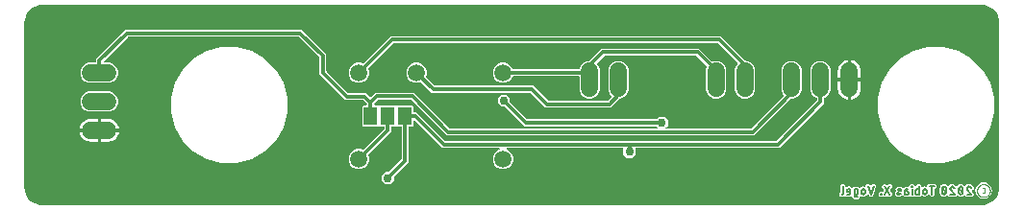
<source format=gbl>
G04 EAGLE Gerber RS-274X export*
G75*
%MOMM*%
%FSLAX34Y34*%
%LPD*%
%INBottom Copper*%
%IPPOS*%
%AMOC8*
5,1,8,0,0,1.08239X$1,22.5*%
G01*
%ADD10C,0.127000*%
%ADD11C,0.101600*%
%ADD12C,0.076200*%
%ADD13C,1.508000*%
%ADD14C,1.508000*%
%ADD15R,1.168400X1.600200*%
%ADD16C,0.304800*%
%ADD17C,0.756400*%

G36*
X853458Y10164D02*
X853458Y10164D01*
X853490Y10162D01*
X855380Y10286D01*
X855403Y10292D01*
X855527Y10311D01*
X859178Y11289D01*
X859192Y11295D01*
X859207Y11297D01*
X859361Y11365D01*
X862634Y13255D01*
X862647Y13265D01*
X862661Y13271D01*
X862792Y13376D01*
X865464Y16048D01*
X865474Y16061D01*
X865486Y16071D01*
X865585Y16206D01*
X867475Y19479D01*
X867481Y19494D01*
X867490Y19506D01*
X867551Y19662D01*
X868529Y23313D01*
X868532Y23337D01*
X868554Y23460D01*
X868678Y25350D01*
X868676Y25369D01*
X868679Y25400D01*
X868679Y171450D01*
X868676Y171468D01*
X868678Y171500D01*
X868554Y173390D01*
X868548Y173413D01*
X868529Y173537D01*
X867551Y177188D01*
X867545Y177202D01*
X867543Y177217D01*
X867475Y177371D01*
X865585Y180644D01*
X865575Y180656D01*
X865569Y180671D01*
X865464Y180802D01*
X862792Y183474D01*
X862779Y183484D01*
X862769Y183496D01*
X862634Y183595D01*
X859361Y185485D01*
X859346Y185491D01*
X859334Y185500D01*
X859178Y185561D01*
X855527Y186539D01*
X855503Y186542D01*
X855380Y186564D01*
X853490Y186688D01*
X853471Y186686D01*
X853440Y186689D01*
X25400Y186689D01*
X25382Y186686D01*
X25350Y186688D01*
X23460Y186564D01*
X23437Y186558D01*
X23313Y186539D01*
X19662Y185561D01*
X19648Y185555D01*
X19633Y185553D01*
X19479Y185485D01*
X16206Y183595D01*
X16194Y183585D01*
X16179Y183579D01*
X16048Y183474D01*
X13376Y180802D01*
X13366Y180789D01*
X13354Y180779D01*
X13255Y180644D01*
X11365Y177371D01*
X11359Y177356D01*
X11350Y177344D01*
X11289Y177188D01*
X10311Y173537D01*
X10308Y173513D01*
X10286Y173390D01*
X10162Y171500D01*
X10164Y171481D01*
X10161Y171450D01*
X10161Y25400D01*
X10164Y25382D01*
X10162Y25350D01*
X10286Y23460D01*
X10292Y23437D01*
X10311Y23313D01*
X11289Y19662D01*
X11295Y19648D01*
X11297Y19633D01*
X11365Y19479D01*
X13255Y16206D01*
X13265Y16194D01*
X13271Y16179D01*
X13376Y16048D01*
X16048Y13376D01*
X16061Y13366D01*
X16071Y13354D01*
X16206Y13255D01*
X19479Y11365D01*
X19494Y11359D01*
X19506Y11350D01*
X19662Y11289D01*
X23313Y10311D01*
X23337Y10308D01*
X23460Y10286D01*
X25350Y10162D01*
X25369Y10164D01*
X25400Y10161D01*
X853440Y10161D01*
X853458Y10164D01*
G37*
%LPC*%
G36*
X328002Y28673D02*
X328002Y28673D01*
X324893Y31782D01*
X324893Y36178D01*
X328002Y39287D01*
X330880Y39287D01*
X330970Y39301D01*
X331061Y39309D01*
X331091Y39321D01*
X331123Y39326D01*
X331203Y39369D01*
X331287Y39405D01*
X331319Y39431D01*
X331340Y39442D01*
X331362Y39465D01*
X331418Y39510D01*
X342168Y50260D01*
X342221Y50334D01*
X342281Y50403D01*
X342293Y50433D01*
X342312Y50460D01*
X342339Y50546D01*
X342373Y50631D01*
X342377Y50672D01*
X342384Y50695D01*
X342383Y50727D01*
X342391Y50798D01*
X342391Y78613D01*
X342388Y78633D01*
X342390Y78652D01*
X342368Y78754D01*
X342352Y78856D01*
X342342Y78873D01*
X342338Y78893D01*
X342285Y78982D01*
X342236Y79073D01*
X342222Y79087D01*
X342212Y79104D01*
X342133Y79171D01*
X342058Y79243D01*
X342040Y79251D01*
X342025Y79264D01*
X341929Y79303D01*
X341835Y79346D01*
X341815Y79348D01*
X341797Y79356D01*
X341630Y79374D01*
X338966Y79374D01*
X338358Y79982D01*
X338342Y79994D01*
X338330Y80010D01*
X338263Y80053D01*
X338225Y80085D01*
X338203Y80094D01*
X338159Y80126D01*
X338140Y80132D01*
X338123Y80143D01*
X338022Y80168D01*
X338011Y80171D01*
X337996Y80177D01*
X337989Y80178D01*
X337923Y80198D01*
X337904Y80198D01*
X337884Y80203D01*
X337781Y80195D01*
X337678Y80192D01*
X337659Y80185D01*
X337639Y80184D01*
X337578Y80158D01*
X337568Y80156D01*
X337542Y80142D01*
X337447Y80108D01*
X337431Y80095D01*
X337413Y80087D01*
X337364Y80048D01*
X337350Y80041D01*
X337336Y80026D01*
X337282Y79982D01*
X336674Y79374D01*
X334010Y79374D01*
X333990Y79371D01*
X333971Y79373D01*
X333869Y79351D01*
X333767Y79335D01*
X333750Y79325D01*
X333730Y79321D01*
X333641Y79268D01*
X333550Y79219D01*
X333536Y79205D01*
X333519Y79195D01*
X333452Y79116D01*
X333380Y79041D01*
X333372Y79023D01*
X333359Y79008D01*
X333320Y78912D01*
X333277Y78818D01*
X333275Y78798D01*
X333267Y78780D01*
X333249Y78613D01*
X333249Y74937D01*
X313360Y55049D01*
X313292Y54954D01*
X313222Y54860D01*
X313220Y54854D01*
X313217Y54849D01*
X313182Y54738D01*
X313146Y54626D01*
X313146Y54620D01*
X313144Y54614D01*
X313147Y54497D01*
X313149Y54380D01*
X313151Y54373D01*
X313151Y54368D01*
X313157Y54351D01*
X313195Y54219D01*
X313865Y52603D01*
X313865Y48997D01*
X312485Y45665D01*
X309935Y43115D01*
X306603Y41735D01*
X302997Y41735D01*
X299665Y43115D01*
X297115Y45665D01*
X295735Y48997D01*
X295735Y52603D01*
X297115Y55935D01*
X299665Y58485D01*
X302997Y59865D01*
X306603Y59865D01*
X308219Y59195D01*
X308333Y59169D01*
X308446Y59140D01*
X308453Y59141D01*
X308459Y59139D01*
X308575Y59150D01*
X308691Y59159D01*
X308697Y59162D01*
X308704Y59162D01*
X308811Y59210D01*
X308918Y59256D01*
X308924Y59260D01*
X308928Y59262D01*
X308942Y59275D01*
X309049Y59360D01*
X326928Y77240D01*
X326981Y77314D01*
X327041Y77383D01*
X327053Y77413D01*
X327072Y77440D01*
X327099Y77527D01*
X327133Y77611D01*
X327137Y77652D01*
X327144Y77675D01*
X327143Y77707D01*
X327151Y77778D01*
X327151Y78613D01*
X327148Y78633D01*
X327150Y78652D01*
X327128Y78754D01*
X327112Y78856D01*
X327102Y78873D01*
X327098Y78893D01*
X327045Y78982D01*
X326996Y79073D01*
X326982Y79087D01*
X326972Y79104D01*
X326893Y79171D01*
X326818Y79243D01*
X326800Y79251D01*
X326785Y79264D01*
X326689Y79303D01*
X326595Y79346D01*
X326575Y79348D01*
X326557Y79356D01*
X326390Y79374D01*
X323726Y79374D01*
X323118Y79982D01*
X323102Y79994D01*
X323090Y80010D01*
X323023Y80053D01*
X322985Y80085D01*
X322963Y80094D01*
X322919Y80126D01*
X322900Y80132D01*
X322883Y80143D01*
X322782Y80168D01*
X322771Y80171D01*
X322756Y80177D01*
X322749Y80178D01*
X322683Y80198D01*
X322664Y80198D01*
X322644Y80203D01*
X322541Y80195D01*
X322438Y80192D01*
X322419Y80185D01*
X322399Y80184D01*
X322338Y80158D01*
X322328Y80156D01*
X322302Y80142D01*
X322207Y80108D01*
X322191Y80095D01*
X322173Y80087D01*
X322124Y80048D01*
X322110Y80041D01*
X322096Y80026D01*
X322042Y79982D01*
X321434Y79374D01*
X308486Y79374D01*
X307593Y80267D01*
X307593Y97533D01*
X308486Y98426D01*
X311150Y98426D01*
X311170Y98429D01*
X311189Y98427D01*
X311291Y98449D01*
X311393Y98465D01*
X311410Y98475D01*
X311430Y98479D01*
X311519Y98532D01*
X311610Y98581D01*
X311624Y98595D01*
X311641Y98605D01*
X311708Y98684D01*
X311780Y98759D01*
X311788Y98777D01*
X311801Y98792D01*
X311840Y98888D01*
X311883Y98982D01*
X311885Y99002D01*
X311893Y99020D01*
X311911Y99187D01*
X311911Y99387D01*
X311897Y99477D01*
X311889Y99568D01*
X311877Y99598D01*
X311872Y99630D01*
X311829Y99710D01*
X311793Y99794D01*
X311767Y99826D01*
X311756Y99847D01*
X311733Y99869D01*
X311688Y99925D01*
X308840Y102773D01*
X308766Y102826D01*
X308697Y102886D01*
X308667Y102898D01*
X308640Y102917D01*
X308553Y102944D01*
X308469Y102978D01*
X308428Y102982D01*
X308405Y102989D01*
X308373Y102988D01*
X308302Y102996D01*
X292742Y102996D01*
X270001Y125737D01*
X270001Y140282D01*
X269987Y140372D01*
X269979Y140463D01*
X269967Y140493D01*
X269962Y140525D01*
X269919Y140605D01*
X269883Y140689D01*
X269857Y140721D01*
X269846Y140742D01*
X269823Y140764D01*
X269778Y140820D01*
X252197Y158401D01*
X252123Y158454D01*
X252054Y158514D01*
X252024Y158526D01*
X251997Y158545D01*
X251910Y158572D01*
X251826Y158606D01*
X251785Y158610D01*
X251762Y158617D01*
X251730Y158616D01*
X251659Y158624D01*
X101862Y158624D01*
X101772Y158610D01*
X101681Y158602D01*
X101651Y158590D01*
X101619Y158585D01*
X101539Y158542D01*
X101455Y158506D01*
X101423Y158480D01*
X101402Y158469D01*
X101384Y158451D01*
X101382Y158450D01*
X101376Y158443D01*
X101324Y158401D01*
X80287Y137364D01*
X80245Y137306D01*
X80196Y137254D01*
X80174Y137207D01*
X80143Y137165D01*
X80122Y137096D01*
X80092Y137031D01*
X80086Y136979D01*
X80071Y136929D01*
X80073Y136858D01*
X80065Y136787D01*
X80076Y136736D01*
X80077Y136684D01*
X80102Y136616D01*
X80117Y136546D01*
X80144Y136501D01*
X80162Y136453D01*
X80207Y136397D01*
X80243Y136335D01*
X80283Y136301D01*
X80315Y136261D01*
X80376Y136222D01*
X80430Y136175D01*
X80479Y136156D01*
X80522Y136128D01*
X80592Y136110D01*
X80658Y136083D01*
X80730Y136075D01*
X80761Y136067D01*
X80784Y136069D01*
X80825Y136065D01*
X85543Y136065D01*
X88875Y134685D01*
X91425Y132135D01*
X92805Y128803D01*
X92805Y125197D01*
X91425Y121865D01*
X88875Y119315D01*
X85543Y117935D01*
X66857Y117935D01*
X63525Y119315D01*
X60975Y121865D01*
X59595Y125197D01*
X59595Y128803D01*
X60975Y132135D01*
X63525Y134685D01*
X66857Y136065D01*
X72390Y136065D01*
X72410Y136068D01*
X72429Y136066D01*
X72531Y136088D01*
X72633Y136104D01*
X72650Y136114D01*
X72670Y136118D01*
X72759Y136171D01*
X72850Y136220D01*
X72864Y136234D01*
X72881Y136244D01*
X72948Y136323D01*
X73020Y136398D01*
X73028Y136416D01*
X73041Y136431D01*
X73080Y136527D01*
X73123Y136621D01*
X73125Y136641D01*
X73133Y136659D01*
X73151Y136826D01*
X73151Y138852D01*
X99021Y164722D01*
X254500Y164722D01*
X256509Y162713D01*
X274090Y145132D01*
X276099Y143123D01*
X276099Y128578D01*
X276113Y128488D01*
X276121Y128397D01*
X276133Y128367D01*
X276138Y128335D01*
X276181Y128255D01*
X276217Y128171D01*
X276243Y128139D01*
X276254Y128118D01*
X276277Y128096D01*
X276322Y128040D01*
X295045Y109317D01*
X295119Y109264D01*
X295188Y109204D01*
X295218Y109192D01*
X295245Y109173D01*
X295332Y109146D01*
X295416Y109112D01*
X295457Y109108D01*
X295480Y109101D01*
X295512Y109102D01*
X295583Y109094D01*
X311143Y109094D01*
X313152Y107085D01*
X314422Y105815D01*
X314438Y105803D01*
X314450Y105788D01*
X314538Y105732D01*
X314621Y105671D01*
X314640Y105665D01*
X314657Y105655D01*
X314758Y105629D01*
X314857Y105599D01*
X314876Y105599D01*
X314896Y105595D01*
X314999Y105603D01*
X315102Y105605D01*
X315121Y105612D01*
X315141Y105614D01*
X315236Y105654D01*
X315333Y105690D01*
X315349Y105702D01*
X315367Y105710D01*
X315498Y105815D01*
X319032Y109349D01*
X353061Y109349D01*
X384612Y77798D01*
X384686Y77745D01*
X384755Y77685D01*
X384785Y77673D01*
X384812Y77654D01*
X384899Y77627D01*
X384983Y77593D01*
X385024Y77589D01*
X385047Y77582D01*
X385079Y77583D01*
X385150Y77575D01*
X567341Y77575D01*
X567411Y77586D01*
X567483Y77588D01*
X567532Y77606D01*
X567583Y77614D01*
X567647Y77648D01*
X567714Y77673D01*
X567755Y77705D01*
X567801Y77730D01*
X567850Y77781D01*
X567906Y77826D01*
X567934Y77870D01*
X567970Y77908D01*
X568000Y77973D01*
X568039Y78033D01*
X568052Y78084D01*
X568074Y78131D01*
X568082Y78202D01*
X568099Y78272D01*
X568095Y78324D01*
X568101Y78375D01*
X568086Y78446D01*
X568080Y78517D01*
X568060Y78565D01*
X568049Y78616D01*
X568012Y78677D01*
X567984Y78743D01*
X567939Y78799D01*
X567922Y78827D01*
X567905Y78842D01*
X567879Y78874D01*
X567267Y79486D01*
X567193Y79540D01*
X567123Y79599D01*
X567093Y79611D01*
X567067Y79630D01*
X566980Y79657D01*
X566895Y79691D01*
X566854Y79695D01*
X566832Y79702D01*
X566800Y79701D01*
X566729Y79709D01*
X450531Y79709D01*
X433413Y96827D01*
X433339Y96880D01*
X433270Y96940D01*
X433240Y96952D01*
X433213Y96971D01*
X433126Y96998D01*
X433042Y97032D01*
X433001Y97036D01*
X432978Y97043D01*
X432946Y97042D01*
X432875Y97050D01*
X429997Y97050D01*
X426888Y100159D01*
X426888Y104555D01*
X429997Y107664D01*
X434393Y107664D01*
X437502Y104555D01*
X437502Y101677D01*
X437516Y101587D01*
X437524Y101496D01*
X437536Y101466D01*
X437541Y101434D01*
X437584Y101354D01*
X437620Y101270D01*
X437646Y101238D01*
X437657Y101217D01*
X437680Y101195D01*
X437725Y101139D01*
X452834Y86030D01*
X452908Y85977D01*
X452977Y85917D01*
X453007Y85905D01*
X453034Y85886D01*
X453121Y85859D01*
X453205Y85825D01*
X453246Y85821D01*
X453269Y85814D01*
X453301Y85815D01*
X453372Y85807D01*
X566729Y85807D01*
X566819Y85821D01*
X566910Y85829D01*
X566939Y85841D01*
X566971Y85846D01*
X567052Y85889D01*
X567136Y85925D01*
X567168Y85951D01*
X567189Y85962D01*
X567211Y85985D01*
X567267Y86030D01*
X569302Y88065D01*
X573698Y88065D01*
X576807Y84956D01*
X576807Y80560D01*
X575121Y78874D01*
X575079Y78816D01*
X575030Y78764D01*
X575008Y78717D01*
X574978Y78675D01*
X574956Y78606D01*
X574926Y78541D01*
X574921Y78489D01*
X574905Y78439D01*
X574907Y78368D01*
X574899Y78297D01*
X574910Y78246D01*
X574912Y78194D01*
X574936Y78126D01*
X574951Y78056D01*
X574978Y78011D01*
X574996Y77963D01*
X575041Y77907D01*
X575078Y77845D01*
X575117Y77811D01*
X575150Y77771D01*
X575210Y77732D01*
X575265Y77685D01*
X575313Y77666D01*
X575357Y77638D01*
X575426Y77620D01*
X575493Y77593D01*
X575564Y77585D01*
X575595Y77577D01*
X575618Y77579D01*
X575659Y77575D01*
X649734Y77575D01*
X649824Y77589D01*
X649915Y77597D01*
X649945Y77609D01*
X649977Y77614D01*
X650057Y77657D01*
X650141Y77693D01*
X650173Y77719D01*
X650194Y77730D01*
X650216Y77753D01*
X650272Y77798D01*
X678744Y106270D01*
X678756Y106286D01*
X678771Y106298D01*
X678827Y106385D01*
X678888Y106470D01*
X678894Y106489D01*
X678904Y106505D01*
X678930Y106606D01*
X678960Y106705D01*
X678960Y106725D01*
X678964Y106744D01*
X678956Y106847D01*
X678954Y106950D01*
X678947Y106969D01*
X678945Y106989D01*
X678905Y107084D01*
X678869Y107181D01*
X678857Y107197D01*
X678849Y107215D01*
X678744Y107346D01*
X678115Y107975D01*
X676735Y111307D01*
X676735Y129993D01*
X678115Y133325D01*
X680665Y135875D01*
X683997Y137255D01*
X687603Y137255D01*
X690935Y135875D01*
X693485Y133325D01*
X694865Y129993D01*
X694865Y111307D01*
X693485Y107975D01*
X690935Y105425D01*
X687603Y104045D01*
X685458Y104045D01*
X685368Y104031D01*
X685277Y104023D01*
X685247Y104011D01*
X685215Y104006D01*
X685135Y103963D01*
X685051Y103927D01*
X685019Y103901D01*
X684998Y103890D01*
X684976Y103867D01*
X684920Y103822D01*
X654584Y73486D01*
X652575Y71477D01*
X382309Y71477D01*
X350758Y103028D01*
X350684Y103081D01*
X350615Y103141D01*
X350585Y103153D01*
X350558Y103172D01*
X350471Y103199D01*
X350387Y103233D01*
X350346Y103237D01*
X350323Y103244D01*
X350291Y103243D01*
X350220Y103251D01*
X321873Y103251D01*
X321783Y103237D01*
X321692Y103229D01*
X321662Y103217D01*
X321630Y103212D01*
X321550Y103169D01*
X321466Y103133D01*
X321434Y103107D01*
X321413Y103096D01*
X321391Y103073D01*
X321335Y103028D01*
X318232Y99925D01*
X318179Y99851D01*
X318119Y99782D01*
X318107Y99752D01*
X318088Y99725D01*
X318061Y99638D01*
X318027Y99554D01*
X318023Y99513D01*
X318016Y99490D01*
X318017Y99458D01*
X318009Y99387D01*
X318009Y99187D01*
X318012Y99167D01*
X318010Y99148D01*
X318032Y99046D01*
X318048Y98944D01*
X318058Y98927D01*
X318062Y98907D01*
X318115Y98818D01*
X318164Y98727D01*
X318178Y98713D01*
X318188Y98696D01*
X318267Y98629D01*
X318342Y98557D01*
X318360Y98549D01*
X318375Y98536D01*
X318471Y98497D01*
X318565Y98454D01*
X318585Y98452D01*
X318603Y98444D01*
X318770Y98426D01*
X321434Y98426D01*
X322042Y97818D01*
X322058Y97806D01*
X322070Y97790D01*
X322158Y97734D01*
X322241Y97674D01*
X322260Y97668D01*
X322277Y97657D01*
X322378Y97632D01*
X322477Y97602D01*
X322496Y97602D01*
X322516Y97597D01*
X322619Y97605D01*
X322722Y97608D01*
X322741Y97615D01*
X322761Y97616D01*
X322856Y97657D01*
X322953Y97692D01*
X322969Y97705D01*
X322987Y97713D01*
X323118Y97818D01*
X323726Y98426D01*
X336674Y98426D01*
X337282Y97818D01*
X337298Y97806D01*
X337310Y97790D01*
X337398Y97734D01*
X337481Y97674D01*
X337500Y97668D01*
X337517Y97657D01*
X337618Y97632D01*
X337717Y97602D01*
X337736Y97602D01*
X337756Y97597D01*
X337859Y97605D01*
X337962Y97608D01*
X337981Y97615D01*
X338001Y97616D01*
X338096Y97657D01*
X338193Y97692D01*
X338209Y97705D01*
X338227Y97713D01*
X338358Y97818D01*
X338966Y98426D01*
X351914Y98426D01*
X352807Y97533D01*
X352807Y92710D01*
X352810Y92690D01*
X352808Y92671D01*
X352830Y92569D01*
X352846Y92467D01*
X352856Y92450D01*
X352860Y92430D01*
X352913Y92341D01*
X352962Y92250D01*
X352976Y92236D01*
X352986Y92219D01*
X353065Y92152D01*
X353140Y92080D01*
X353158Y92072D01*
X353173Y92059D01*
X353269Y92020D01*
X353363Y91977D01*
X353383Y91975D01*
X353401Y91967D01*
X353568Y91949D01*
X355594Y91949D01*
X380669Y66874D01*
X380743Y66821D01*
X380812Y66761D01*
X380842Y66749D01*
X380869Y66730D01*
X380956Y66703D01*
X381040Y66669D01*
X381081Y66665D01*
X381104Y66658D01*
X381136Y66659D01*
X381207Y66651D01*
X672152Y66651D01*
X672242Y66665D01*
X672333Y66673D01*
X672363Y66685D01*
X672395Y66690D01*
X672475Y66733D01*
X672559Y66769D01*
X672591Y66795D01*
X672612Y66806D01*
X672634Y66829D01*
X672690Y66874D01*
X707928Y102112D01*
X707981Y102186D01*
X708041Y102255D01*
X708053Y102285D01*
X708072Y102312D01*
X708099Y102399D01*
X708133Y102483D01*
X708137Y102524D01*
X708144Y102547D01*
X708143Y102579D01*
X708151Y102650D01*
X708151Y104053D01*
X708132Y104167D01*
X708115Y104284D01*
X708113Y104289D01*
X708112Y104295D01*
X708057Y104398D01*
X708004Y104503D01*
X707999Y104507D01*
X707996Y104513D01*
X707912Y104593D01*
X707828Y104675D01*
X707822Y104679D01*
X707818Y104682D01*
X707801Y104690D01*
X707681Y104756D01*
X706065Y105425D01*
X703515Y107975D01*
X702135Y111307D01*
X702135Y129993D01*
X703515Y133325D01*
X706065Y135875D01*
X709397Y137255D01*
X713003Y137255D01*
X716335Y135875D01*
X718885Y133325D01*
X720265Y129993D01*
X720265Y111307D01*
X718885Y107975D01*
X716335Y105425D01*
X714719Y104756D01*
X714619Y104694D01*
X714519Y104634D01*
X714515Y104630D01*
X714510Y104626D01*
X714435Y104536D01*
X714359Y104447D01*
X714357Y104442D01*
X714353Y104437D01*
X714311Y104328D01*
X714267Y104219D01*
X714266Y104212D01*
X714265Y104207D01*
X714264Y104189D01*
X714249Y104053D01*
X714249Y99809D01*
X674993Y60553D01*
X548864Y60553D01*
X548794Y60542D01*
X548722Y60540D01*
X548673Y60522D01*
X548622Y60514D01*
X548558Y60480D01*
X548491Y60455D01*
X548450Y60423D01*
X548404Y60398D01*
X548355Y60347D01*
X548299Y60302D01*
X548271Y60258D01*
X548235Y60220D01*
X548205Y60155D01*
X548166Y60095D01*
X548153Y60044D01*
X548131Y59997D01*
X548123Y59926D01*
X548106Y59856D01*
X548110Y59804D01*
X548104Y59753D01*
X548119Y59682D01*
X548125Y59611D01*
X548145Y59563D01*
X548156Y59512D01*
X548193Y59451D01*
X548221Y59385D01*
X548232Y59372D01*
X548232Y54952D01*
X545123Y51843D01*
X540727Y51843D01*
X537618Y54952D01*
X537618Y59371D01*
X537637Y59411D01*
X537667Y59453D01*
X537689Y59522D01*
X537719Y59587D01*
X537724Y59639D01*
X537740Y59688D01*
X537738Y59760D01*
X537746Y59831D01*
X537735Y59882D01*
X537733Y59934D01*
X537709Y60002D01*
X537694Y60072D01*
X537667Y60117D01*
X537649Y60165D01*
X537604Y60221D01*
X537567Y60283D01*
X537528Y60317D01*
X537495Y60357D01*
X537435Y60396D01*
X537380Y60443D01*
X537332Y60462D01*
X537288Y60490D01*
X537219Y60508D01*
X537152Y60535D01*
X537081Y60543D01*
X537050Y60551D01*
X537027Y60549D01*
X536986Y60553D01*
X435768Y60553D01*
X435672Y60538D01*
X435575Y60528D01*
X435551Y60518D01*
X435525Y60514D01*
X435439Y60468D01*
X435350Y60428D01*
X435331Y60411D01*
X435308Y60398D01*
X435241Y60328D01*
X435169Y60262D01*
X435156Y60239D01*
X435138Y60220D01*
X435097Y60132D01*
X435050Y60046D01*
X435046Y60021D01*
X435035Y59997D01*
X435024Y59900D01*
X435007Y59804D01*
X435010Y59778D01*
X435008Y59753D01*
X435028Y59657D01*
X435042Y59561D01*
X435054Y59538D01*
X435060Y59512D01*
X435110Y59429D01*
X435154Y59342D01*
X435173Y59323D01*
X435186Y59301D01*
X435260Y59238D01*
X435330Y59170D01*
X435358Y59154D01*
X435373Y59141D01*
X435404Y59129D01*
X435477Y59089D01*
X436935Y58485D01*
X439485Y55935D01*
X440865Y52603D01*
X440865Y48997D01*
X439485Y45665D01*
X436935Y43115D01*
X433603Y41735D01*
X429997Y41735D01*
X426665Y43115D01*
X424115Y45665D01*
X422735Y48997D01*
X422735Y52603D01*
X424115Y55935D01*
X426665Y58485D01*
X428123Y59089D01*
X428206Y59140D01*
X428292Y59186D01*
X428310Y59205D01*
X428333Y59218D01*
X428395Y59293D01*
X428462Y59364D01*
X428473Y59388D01*
X428489Y59408D01*
X428524Y59499D01*
X428565Y59587D01*
X428568Y59613D01*
X428578Y59637D01*
X428582Y59735D01*
X428592Y59831D01*
X428587Y59857D01*
X428588Y59883D01*
X428561Y59977D01*
X428540Y60072D01*
X428527Y60094D01*
X428519Y60119D01*
X428464Y60199D01*
X428414Y60283D01*
X428394Y60300D01*
X428379Y60321D01*
X428301Y60380D01*
X428227Y60443D01*
X428203Y60453D01*
X428182Y60468D01*
X428089Y60498D01*
X427999Y60535D01*
X427966Y60538D01*
X427948Y60544D01*
X427915Y60544D01*
X427832Y60553D01*
X378366Y60553D01*
X376357Y62562D01*
X354106Y84813D01*
X354048Y84855D01*
X353996Y84904D01*
X353949Y84926D01*
X353907Y84957D01*
X353838Y84978D01*
X353773Y85008D01*
X353721Y85014D01*
X353671Y85029D01*
X353600Y85027D01*
X353529Y85035D01*
X353478Y85024D01*
X353426Y85023D01*
X353358Y84998D01*
X353288Y84983D01*
X353244Y84956D01*
X353195Y84938D01*
X353139Y84893D01*
X353077Y84857D01*
X353043Y84817D01*
X353003Y84785D01*
X352964Y84724D01*
X352917Y84670D01*
X352898Y84621D01*
X352870Y84578D01*
X352852Y84508D01*
X352825Y84442D01*
X352817Y84370D01*
X352809Y84339D01*
X352811Y84316D01*
X352807Y84275D01*
X352807Y80267D01*
X351914Y79374D01*
X349250Y79374D01*
X349230Y79371D01*
X349211Y79373D01*
X349109Y79351D01*
X349007Y79335D01*
X348990Y79325D01*
X348970Y79321D01*
X348881Y79268D01*
X348790Y79219D01*
X348776Y79205D01*
X348759Y79195D01*
X348692Y79116D01*
X348620Y79041D01*
X348612Y79023D01*
X348599Y79008D01*
X348560Y78912D01*
X348517Y78818D01*
X348515Y78798D01*
X348507Y78780D01*
X348489Y78613D01*
X348489Y47957D01*
X335730Y35198D01*
X335677Y35124D01*
X335617Y35055D01*
X335605Y35025D01*
X335586Y34998D01*
X335559Y34911D01*
X335525Y34827D01*
X335521Y34786D01*
X335514Y34763D01*
X335515Y34731D01*
X335507Y34660D01*
X335507Y31782D01*
X332398Y28673D01*
X328002Y28673D01*
G37*
%LPD*%
%LPC*%
G36*
X183779Y47370D02*
X183779Y47370D01*
X170794Y50850D01*
X159152Y57571D01*
X149646Y67077D01*
X142925Y78719D01*
X139445Y91704D01*
X139445Y105146D01*
X142925Y118131D01*
X149646Y129773D01*
X159152Y139279D01*
X170794Y146000D01*
X183779Y149480D01*
X197221Y149480D01*
X210206Y146000D01*
X221848Y139279D01*
X231354Y129773D01*
X238075Y118131D01*
X241555Y105146D01*
X241555Y91704D01*
X238075Y78719D01*
X231354Y67077D01*
X221848Y57571D01*
X210206Y50850D01*
X197221Y47370D01*
X183779Y47370D01*
G37*
%LPD*%
%LPC*%
G36*
X806079Y47370D02*
X806079Y47370D01*
X793094Y50850D01*
X781452Y57571D01*
X771946Y67077D01*
X765225Y78719D01*
X761745Y91704D01*
X761745Y105146D01*
X765225Y118131D01*
X771946Y129773D01*
X781452Y139279D01*
X793094Y146000D01*
X806079Y149480D01*
X819521Y149480D01*
X832506Y146000D01*
X844148Y139279D01*
X853654Y129773D01*
X860375Y118131D01*
X863855Y105146D01*
X863855Y91704D01*
X860375Y78719D01*
X853654Y67077D01*
X844148Y57571D01*
X832506Y50850D01*
X819521Y47370D01*
X806079Y47370D01*
G37*
%LPD*%
%LPC*%
G36*
X642722Y104045D02*
X642722Y104045D01*
X639390Y105425D01*
X636840Y107975D01*
X635460Y111307D01*
X635460Y129993D01*
X636840Y133325D01*
X638265Y134750D01*
X638277Y134766D01*
X638292Y134778D01*
X638348Y134866D01*
X638409Y134949D01*
X638415Y134968D01*
X638425Y134985D01*
X638451Y135086D01*
X638481Y135184D01*
X638481Y135204D01*
X638485Y135224D01*
X638477Y135327D01*
X638475Y135430D01*
X638468Y135449D01*
X638466Y135469D01*
X638426Y135564D01*
X638390Y135661D01*
X638378Y135677D01*
X638370Y135695D01*
X638265Y135826D01*
X621036Y153055D01*
X620962Y153108D01*
X620893Y153168D01*
X620863Y153180D01*
X620836Y153199D01*
X620749Y153226D01*
X620665Y153260D01*
X620624Y153264D01*
X620601Y153271D01*
X620569Y153270D01*
X620498Y153278D01*
X335705Y153278D01*
X335615Y153264D01*
X335524Y153256D01*
X335494Y153244D01*
X335462Y153239D01*
X335382Y153196D01*
X335298Y153160D01*
X335266Y153134D01*
X335245Y153123D01*
X335243Y153121D01*
X335222Y153100D01*
X335167Y153055D01*
X313360Y131249D01*
X313293Y131155D01*
X313222Y131060D01*
X313220Y131054D01*
X313217Y131049D01*
X313183Y130938D01*
X313146Y130826D01*
X313146Y130820D01*
X313144Y130814D01*
X313147Y130697D01*
X313149Y130580D01*
X313151Y130573D01*
X313151Y130568D01*
X313157Y130551D01*
X313195Y130419D01*
X313865Y128803D01*
X313865Y125197D01*
X312485Y121865D01*
X309935Y119315D01*
X306603Y117935D01*
X302997Y117935D01*
X299665Y119315D01*
X297115Y121865D01*
X295735Y125197D01*
X295735Y128803D01*
X297115Y132135D01*
X299665Y134685D01*
X302997Y136065D01*
X306603Y136065D01*
X308219Y135395D01*
X308333Y135369D01*
X308446Y135340D01*
X308453Y135341D01*
X308459Y135339D01*
X308575Y135350D01*
X308691Y135359D01*
X308697Y135362D01*
X308704Y135362D01*
X308811Y135410D01*
X308918Y135456D01*
X308924Y135460D01*
X308928Y135462D01*
X308942Y135475D01*
X309049Y135560D01*
X332864Y159376D01*
X623339Y159376D01*
X645237Y137478D01*
X645311Y137425D01*
X645380Y137365D01*
X645410Y137353D01*
X645437Y137334D01*
X645524Y137307D01*
X645608Y137273D01*
X645649Y137269D01*
X645672Y137262D01*
X645704Y137263D01*
X645775Y137255D01*
X646328Y137255D01*
X649660Y135875D01*
X652210Y133325D01*
X653590Y129993D01*
X653590Y111307D01*
X652210Y107975D01*
X649660Y105425D01*
X646328Y104045D01*
X642722Y104045D01*
G37*
%LPD*%
%LPC*%
G36*
X506197Y104045D02*
X506197Y104045D01*
X502865Y105425D01*
X500315Y107975D01*
X498935Y111307D01*
X498935Y123190D01*
X498932Y123210D01*
X498934Y123229D01*
X498912Y123331D01*
X498896Y123433D01*
X498886Y123450D01*
X498882Y123470D01*
X498829Y123559D01*
X498780Y123650D01*
X498766Y123664D01*
X498756Y123681D01*
X498677Y123748D01*
X498602Y123820D01*
X498584Y123828D01*
X498569Y123841D01*
X498473Y123880D01*
X498379Y123923D01*
X498359Y123925D01*
X498341Y123933D01*
X498174Y123951D01*
X440857Y123951D01*
X440743Y123932D01*
X440626Y123915D01*
X440621Y123913D01*
X440615Y123912D01*
X440512Y123857D01*
X440407Y123804D01*
X440403Y123799D01*
X440397Y123796D01*
X440317Y123712D01*
X440235Y123628D01*
X440231Y123622D01*
X440228Y123618D01*
X440220Y123601D01*
X440154Y123481D01*
X439485Y121865D01*
X436935Y119315D01*
X433603Y117935D01*
X429997Y117935D01*
X426665Y119315D01*
X424115Y121865D01*
X422735Y125197D01*
X422735Y128803D01*
X424115Y132135D01*
X426665Y134685D01*
X429997Y136065D01*
X433603Y136065D01*
X436935Y134685D01*
X439485Y132135D01*
X440154Y130519D01*
X440216Y130419D01*
X440276Y130319D01*
X440280Y130315D01*
X440284Y130310D01*
X440374Y130235D01*
X440463Y130159D01*
X440468Y130157D01*
X440473Y130153D01*
X440582Y130111D01*
X440691Y130067D01*
X440698Y130066D01*
X440703Y130065D01*
X440721Y130064D01*
X440857Y130049D01*
X498450Y130049D01*
X498564Y130068D01*
X498681Y130085D01*
X498686Y130087D01*
X498692Y130088D01*
X498795Y130143D01*
X498900Y130196D01*
X498904Y130201D01*
X498910Y130204D01*
X498990Y130288D01*
X499072Y130372D01*
X499076Y130378D01*
X499079Y130382D01*
X499087Y130398D01*
X499153Y130519D01*
X500315Y133325D01*
X502865Y135875D01*
X506197Y137255D01*
X507278Y137255D01*
X507368Y137269D01*
X507459Y137277D01*
X507489Y137289D01*
X507521Y137294D01*
X507601Y137337D01*
X507685Y137373D01*
X507717Y137399D01*
X507738Y137410D01*
X507760Y137433D01*
X507816Y137478D01*
X518643Y148305D01*
X604243Y148305D01*
X615527Y137020D01*
X615621Y136953D01*
X615716Y136882D01*
X615722Y136880D01*
X615727Y136877D01*
X615838Y136842D01*
X615950Y136806D01*
X615956Y136806D01*
X615962Y136804D01*
X616079Y136807D01*
X616196Y136808D01*
X616203Y136810D01*
X616208Y136811D01*
X616226Y136817D01*
X616357Y136855D01*
X617322Y137255D01*
X620928Y137255D01*
X624260Y135875D01*
X626810Y133325D01*
X628190Y129993D01*
X628190Y111307D01*
X626810Y107975D01*
X624260Y105425D01*
X620928Y104045D01*
X617322Y104045D01*
X613990Y105425D01*
X611440Y107975D01*
X610060Y111307D01*
X610060Y129993D01*
X610999Y132260D01*
X611026Y132374D01*
X611055Y132488D01*
X611054Y132494D01*
X611056Y132500D01*
X611045Y132616D01*
X611036Y132733D01*
X611033Y132738D01*
X611033Y132745D01*
X610985Y132852D01*
X610939Y132959D01*
X610935Y132965D01*
X610933Y132969D01*
X610920Y132983D01*
X610834Y133090D01*
X601940Y141984D01*
X601866Y142037D01*
X601797Y142097D01*
X601767Y142109D01*
X601740Y142128D01*
X601653Y142155D01*
X601569Y142189D01*
X601528Y142193D01*
X601505Y142200D01*
X601473Y142199D01*
X601402Y142207D01*
X521484Y142207D01*
X521394Y142193D01*
X521303Y142185D01*
X521273Y142173D01*
X521241Y142168D01*
X521161Y142125D01*
X521077Y142089D01*
X521045Y142063D01*
X521024Y142052D01*
X521002Y142029D01*
X520946Y141984D01*
X514524Y135562D01*
X514512Y135546D01*
X514497Y135534D01*
X514441Y135446D01*
X514380Y135363D01*
X514374Y135344D01*
X514364Y135327D01*
X514338Y135226D01*
X514308Y135127D01*
X514308Y135107D01*
X514304Y135088D01*
X514312Y134985D01*
X514314Y134882D01*
X514321Y134863D01*
X514323Y134843D01*
X514363Y134748D01*
X514399Y134651D01*
X514411Y134635D01*
X514419Y134617D01*
X514493Y134524D01*
X514499Y134515D01*
X514505Y134510D01*
X514524Y134486D01*
X515685Y133325D01*
X517065Y129993D01*
X517065Y111307D01*
X515685Y107975D01*
X513135Y105425D01*
X509803Y104045D01*
X506197Y104045D01*
G37*
%LPD*%
%LPC*%
G36*
X469122Y96179D02*
X469122Y96179D01*
X456210Y109091D01*
X456136Y109144D01*
X456067Y109204D01*
X456037Y109216D01*
X456010Y109235D01*
X455923Y109262D01*
X455839Y109296D01*
X455798Y109300D01*
X455775Y109307D01*
X455743Y109306D01*
X455672Y109314D01*
X368974Y109314D01*
X359849Y118440D01*
X359755Y118507D01*
X359660Y118578D01*
X359654Y118580D01*
X359649Y118583D01*
X359538Y118617D01*
X359426Y118654D01*
X359420Y118654D01*
X359414Y118656D01*
X359297Y118653D01*
X359180Y118651D01*
X359173Y118649D01*
X359168Y118649D01*
X359151Y118643D01*
X359019Y118605D01*
X357403Y117935D01*
X353797Y117935D01*
X350465Y119315D01*
X347915Y121865D01*
X346535Y125197D01*
X346535Y128803D01*
X347915Y132135D01*
X350465Y134685D01*
X353797Y136065D01*
X357403Y136065D01*
X360735Y134685D01*
X363285Y132135D01*
X364665Y128803D01*
X364665Y125197D01*
X363995Y123581D01*
X363969Y123467D01*
X363940Y123354D01*
X363941Y123347D01*
X363939Y123341D01*
X363950Y123225D01*
X363959Y123109D01*
X363962Y123103D01*
X363962Y123096D01*
X364010Y122989D01*
X364056Y122882D01*
X364060Y122876D01*
X364062Y122872D01*
X364075Y122858D01*
X364160Y122751D01*
X371277Y115635D01*
X371351Y115582D01*
X371420Y115522D01*
X371450Y115510D01*
X371477Y115491D01*
X371564Y115464D01*
X371648Y115430D01*
X371689Y115426D01*
X371712Y115419D01*
X371744Y115420D01*
X371815Y115412D01*
X458513Y115412D01*
X471425Y102500D01*
X471499Y102447D01*
X471568Y102387D01*
X471598Y102375D01*
X471625Y102356D01*
X471712Y102329D01*
X471796Y102295D01*
X471837Y102291D01*
X471860Y102284D01*
X471892Y102285D01*
X471963Y102277D01*
X523628Y102277D01*
X523718Y102291D01*
X523809Y102299D01*
X523839Y102311D01*
X523871Y102316D01*
X523951Y102359D01*
X524035Y102395D01*
X524067Y102421D01*
X524088Y102432D01*
X524110Y102455D01*
X524166Y102500D01*
X527140Y105474D01*
X527152Y105490D01*
X527167Y105502D01*
X527223Y105590D01*
X527284Y105673D01*
X527290Y105692D01*
X527300Y105709D01*
X527326Y105810D01*
X527356Y105909D01*
X527356Y105929D01*
X527360Y105948D01*
X527352Y106051D01*
X527350Y106154D01*
X527343Y106173D01*
X527341Y106193D01*
X527301Y106288D01*
X527265Y106385D01*
X527253Y106401D01*
X527245Y106419D01*
X527140Y106550D01*
X525715Y107975D01*
X524335Y111307D01*
X524335Y129993D01*
X525715Y133325D01*
X528265Y135875D01*
X531597Y137255D01*
X535203Y137255D01*
X538535Y135875D01*
X541085Y133325D01*
X542465Y129993D01*
X542465Y111307D01*
X541085Y107975D01*
X538535Y105425D01*
X535203Y104045D01*
X534650Y104045D01*
X534560Y104031D01*
X534469Y104023D01*
X534439Y104011D01*
X534407Y104006D01*
X534327Y103963D01*
X534243Y103927D01*
X534211Y103901D01*
X534190Y103890D01*
X534168Y103867D01*
X534112Y103822D01*
X526469Y96179D01*
X469122Y96179D01*
G37*
%LPD*%
%LPC*%
G36*
X66857Y92535D02*
X66857Y92535D01*
X63525Y93915D01*
X60975Y96465D01*
X59595Y99797D01*
X59595Y103403D01*
X60975Y106735D01*
X63525Y109285D01*
X66857Y110665D01*
X85543Y110665D01*
X88875Y109285D01*
X91425Y106735D01*
X92805Y103403D01*
X92805Y99797D01*
X91425Y96465D01*
X88875Y93915D01*
X85543Y92535D01*
X66857Y92535D01*
G37*
%LPD*%
%LPC*%
G36*
X800719Y18075D02*
X800719Y18075D01*
X800656Y18162D01*
X800600Y18218D01*
X800550Y18280D01*
X800513Y18304D01*
X800482Y18335D01*
X800410Y18370D01*
X800343Y18413D01*
X800300Y18423D01*
X800261Y18443D01*
X800182Y18453D01*
X800105Y18473D01*
X800061Y18469D01*
X800017Y18475D01*
X799939Y18460D01*
X799859Y18454D01*
X799819Y18436D01*
X799775Y18428D01*
X799706Y18388D01*
X799633Y18357D01*
X799587Y18321D01*
X799562Y18306D01*
X799543Y18285D01*
X799502Y18253D01*
X798775Y17525D01*
X795067Y17525D01*
X794981Y17589D01*
X794064Y18118D01*
X794023Y18133D01*
X793986Y18157D01*
X793909Y18177D01*
X793834Y18205D01*
X793790Y18206D01*
X793748Y18217D01*
X793668Y18211D01*
X793588Y18214D01*
X793546Y18201D01*
X793503Y18198D01*
X793429Y18167D01*
X793352Y18144D01*
X793317Y18119D01*
X793276Y18102D01*
X793162Y18010D01*
X793151Y18003D01*
X793149Y18000D01*
X793145Y17997D01*
X792674Y17525D01*
X790884Y17525D01*
X790352Y18057D01*
X790285Y18106D01*
X790222Y18162D01*
X790185Y18178D01*
X790153Y18201D01*
X790073Y18226D01*
X789996Y18258D01*
X789956Y18262D01*
X789918Y18273D01*
X789834Y18271D01*
X789751Y18278D01*
X789712Y18268D01*
X789672Y18267D01*
X789593Y18238D01*
X789512Y18218D01*
X789467Y18192D01*
X789441Y18183D01*
X789417Y18164D01*
X789367Y18135D01*
X788527Y17525D01*
X784783Y17525D01*
X784231Y18078D01*
X784150Y18135D01*
X784074Y18198D01*
X784051Y18207D01*
X784031Y18221D01*
X783937Y18250D01*
X783844Y18286D01*
X783819Y18287D01*
X783796Y18294D01*
X783697Y18291D01*
X783598Y18295D01*
X783568Y18288D01*
X783550Y18287D01*
X783519Y18276D01*
X783435Y18256D01*
X782818Y18034D01*
X781462Y17546D01*
X781232Y17543D01*
X780051Y17526D01*
X780022Y17526D01*
X778884Y17509D01*
X777114Y18940D01*
X776667Y21171D01*
X777362Y22454D01*
X777369Y22472D01*
X777379Y22488D01*
X777409Y22588D01*
X777443Y22687D01*
X777443Y22706D01*
X777448Y22724D01*
X777444Y22828D01*
X777445Y22933D01*
X777439Y22951D01*
X777439Y22970D01*
X777387Y23130D01*
X777083Y23805D01*
X777717Y25478D01*
X778533Y25845D01*
X779759Y26397D01*
X779893Y26399D01*
X781050Y26416D01*
X781051Y26416D01*
X781103Y26417D01*
X781103Y26416D01*
X782241Y26433D01*
X783386Y25508D01*
X783389Y25506D01*
X783391Y25503D01*
X783494Y25446D01*
X783600Y25386D01*
X783603Y25385D01*
X783606Y25384D01*
X783722Y25362D01*
X783841Y25339D01*
X783845Y25339D01*
X783848Y25339D01*
X783967Y25356D01*
X784085Y25371D01*
X784088Y25373D01*
X784091Y25373D01*
X784245Y25441D01*
X785826Y26353D01*
X785838Y26363D01*
X785853Y26370D01*
X785912Y26417D01*
X788668Y26417D01*
X788687Y26420D01*
X788707Y26418D01*
X788808Y26440D01*
X788910Y26456D01*
X788928Y26466D01*
X788947Y26470D01*
X789036Y26523D01*
X789128Y26572D01*
X789141Y26586D01*
X789159Y26596D01*
X789226Y26675D01*
X789297Y26750D01*
X789305Y26768D01*
X789318Y26783D01*
X789357Y26879D01*
X789401Y26973D01*
X789403Y26993D01*
X789410Y27011D01*
X789429Y27178D01*
X789429Y27438D01*
X790694Y28703D01*
X792864Y28703D01*
X794129Y27438D01*
X794129Y27178D01*
X794133Y27158D01*
X794130Y27139D01*
X794152Y27037D01*
X794169Y26935D01*
X794178Y26918D01*
X794183Y26898D01*
X794236Y26809D01*
X794284Y26718D01*
X794299Y26704D01*
X794309Y26687D01*
X794388Y26620D01*
X794463Y26548D01*
X794481Y26540D01*
X794496Y26527D01*
X794592Y26488D01*
X794686Y26445D01*
X794705Y26443D01*
X794724Y26435D01*
X794891Y26417D01*
X794959Y26417D01*
X794979Y26420D01*
X794999Y26418D01*
X795100Y26440D01*
X795202Y26456D01*
X795220Y26466D01*
X795239Y26470D01*
X795328Y26523D01*
X795420Y26572D01*
X795433Y26586D01*
X795450Y26596D01*
X795518Y26675D01*
X795589Y26750D01*
X795597Y26768D01*
X795610Y26783D01*
X795649Y26879D01*
X795693Y26973D01*
X795695Y26993D01*
X795702Y27011D01*
X795721Y27178D01*
X795721Y27438D01*
X796986Y28703D01*
X798775Y28703D01*
X800040Y27438D01*
X800040Y26694D01*
X800043Y26678D01*
X800041Y26662D01*
X800063Y26557D01*
X800080Y26451D01*
X800087Y26437D01*
X800091Y26421D01*
X800145Y26328D01*
X800195Y26234D01*
X800206Y26223D01*
X800215Y26209D01*
X800296Y26138D01*
X800373Y26064D01*
X800388Y26058D01*
X800400Y26047D01*
X800499Y26006D01*
X800596Y25961D01*
X800612Y25959D01*
X800627Y25953D01*
X800734Y25945D01*
X800841Y25934D01*
X800856Y25937D01*
X800872Y25936D01*
X801037Y25970D01*
X802996Y26606D01*
X804274Y26191D01*
X804290Y26188D01*
X804305Y26182D01*
X804411Y26170D01*
X804517Y26154D01*
X804533Y26156D01*
X804549Y26155D01*
X804654Y26177D01*
X804760Y26196D01*
X804774Y26204D01*
X804789Y26207D01*
X804881Y26262D01*
X804976Y26313D01*
X804987Y26325D01*
X805000Y26333D01*
X805070Y26414D01*
X805143Y26493D01*
X805150Y26508D01*
X805160Y26520D01*
X805200Y26620D01*
X805245Y26717D01*
X805246Y26733D01*
X805252Y26748D01*
X805271Y26915D01*
X805271Y27438D01*
X806536Y28703D01*
X812135Y28703D01*
X813400Y27438D01*
X813400Y25648D01*
X812111Y24359D01*
X812014Y24344D01*
X811996Y24334D01*
X811977Y24330D01*
X811888Y24277D01*
X811796Y24228D01*
X811783Y24214D01*
X811766Y24204D01*
X811698Y24125D01*
X811627Y24050D01*
X811619Y24032D01*
X811606Y24017D01*
X811567Y23921D01*
X811523Y23827D01*
X811521Y23807D01*
X811514Y23789D01*
X811495Y23622D01*
X811495Y18790D01*
X810230Y17525D01*
X808441Y17525D01*
X807004Y18962D01*
X806940Y19008D01*
X806881Y19062D01*
X806841Y19080D01*
X806805Y19105D01*
X806729Y19129D01*
X806656Y19161D01*
X806612Y19165D01*
X806570Y19178D01*
X806490Y19176D01*
X806411Y19183D01*
X806368Y19172D01*
X806324Y19171D01*
X806249Y19144D01*
X806172Y19125D01*
X806134Y19102D01*
X806093Y19087D01*
X806031Y19037D01*
X805963Y18995D01*
X805924Y18952D01*
X805901Y18933D01*
X805886Y18910D01*
X805850Y18871D01*
X805272Y18075D01*
X802996Y17336D01*
X800719Y18075D01*
G37*
%LPD*%
%LPC*%
G36*
X843858Y17523D02*
X843858Y17523D01*
X843836Y17521D01*
X843797Y17525D01*
X839210Y17525D01*
X838262Y18474D01*
X838196Y18521D01*
X838137Y18575D01*
X838097Y18592D01*
X838062Y18618D01*
X837985Y18641D01*
X837911Y18674D01*
X837868Y18677D01*
X837827Y18690D01*
X837746Y18688D01*
X837666Y18695D01*
X837624Y18685D01*
X837581Y18684D01*
X837505Y18656D01*
X837427Y18637D01*
X837377Y18609D01*
X837350Y18599D01*
X837328Y18582D01*
X837281Y18555D01*
X835839Y17525D01*
X833551Y17525D01*
X832147Y18528D01*
X832102Y18550D01*
X832063Y18580D01*
X831993Y18604D01*
X831927Y18637D01*
X831877Y18643D01*
X831830Y18659D01*
X831756Y18660D01*
X831683Y18669D01*
X831634Y18660D01*
X831584Y18660D01*
X831514Y18637D01*
X831441Y18623D01*
X831398Y18598D01*
X831351Y18582D01*
X831249Y18514D01*
X831227Y18501D01*
X831222Y18495D01*
X831212Y18489D01*
X830774Y18116D01*
X830759Y18099D01*
X830728Y18074D01*
X830144Y17490D01*
X830116Y17486D01*
X830062Y17457D01*
X830057Y17456D01*
X829228Y17523D01*
X829206Y17521D01*
X829167Y17525D01*
X824580Y17525D01*
X823631Y18474D01*
X823566Y18521D01*
X823506Y18575D01*
X823467Y18592D01*
X823431Y18618D01*
X823355Y18641D01*
X823281Y18674D01*
X823238Y18677D01*
X823196Y18690D01*
X823116Y18688D01*
X823036Y18695D01*
X822994Y18685D01*
X822950Y18684D01*
X822875Y18656D01*
X822797Y18637D01*
X822747Y18609D01*
X822719Y18599D01*
X822697Y18582D01*
X822650Y18555D01*
X821208Y17525D01*
X818921Y17525D01*
X817059Y18855D01*
X816746Y19767D01*
X816732Y19794D01*
X816711Y19853D01*
X816000Y21311D01*
X816000Y24917D01*
X816403Y25745D01*
X816417Y25789D01*
X816439Y25831D01*
X816468Y25961D01*
X816474Y25980D01*
X816474Y25986D01*
X816476Y25994D01*
X816493Y26147D01*
X816521Y26169D01*
X816526Y26175D01*
X816533Y26179D01*
X816607Y26265D01*
X816685Y26352D01*
X816689Y26359D01*
X816694Y26365D01*
X816765Y26517D01*
X817059Y27373D01*
X818921Y28703D01*
X821208Y28703D01*
X823177Y27297D01*
X823228Y27272D01*
X823273Y27238D01*
X823337Y27218D01*
X823397Y27188D01*
X823454Y27180D01*
X823508Y27163D01*
X823575Y27164D01*
X823641Y27155D01*
X823697Y27166D01*
X823754Y27167D01*
X823817Y27189D01*
X823883Y27202D01*
X823932Y27230D01*
X823985Y27249D01*
X824038Y27290D01*
X824097Y27323D01*
X824134Y27365D01*
X824179Y27400D01*
X824240Y27483D01*
X824261Y27506D01*
X824266Y27519D01*
X824278Y27536D01*
X824353Y27665D01*
X826151Y28703D01*
X828608Y28703D01*
X830613Y27244D01*
X830632Y27235D01*
X830648Y27221D01*
X830741Y27180D01*
X830833Y27133D01*
X830854Y27130D01*
X830873Y27122D01*
X830975Y27113D01*
X831077Y27099D01*
X831097Y27102D01*
X831118Y27101D01*
X831218Y27125D01*
X831318Y27143D01*
X831337Y27153D01*
X831357Y27158D01*
X831504Y27240D01*
X833551Y28703D01*
X835839Y28703D01*
X837807Y27297D01*
X837858Y27272D01*
X837904Y27238D01*
X837968Y27218D01*
X838028Y27188D01*
X838084Y27180D01*
X838138Y27163D01*
X838205Y27164D01*
X838272Y27155D01*
X838327Y27166D01*
X838384Y27167D01*
X838447Y27189D01*
X838513Y27202D01*
X838562Y27230D01*
X838616Y27249D01*
X838669Y27290D01*
X838727Y27323D01*
X838765Y27365D01*
X838809Y27400D01*
X838871Y27483D01*
X838891Y27506D01*
X838896Y27519D01*
X838909Y27536D01*
X838983Y27665D01*
X840781Y28703D01*
X843238Y28703D01*
X845533Y27034D01*
X845970Y25684D01*
X846254Y24807D01*
X846252Y24806D01*
X846204Y24733D01*
X846183Y24708D01*
X846173Y24686D01*
X846160Y24666D01*
X845431Y23240D01*
X845178Y23158D01*
X845137Y23137D01*
X845094Y23125D01*
X845029Y23081D01*
X844959Y23045D01*
X844927Y23013D01*
X844890Y22987D01*
X844842Y22925D01*
X844788Y22869D01*
X844768Y22828D01*
X844741Y22792D01*
X844715Y22718D01*
X844682Y22647D01*
X844676Y22602D01*
X844661Y22559D01*
X844661Y22480D01*
X844652Y22403D01*
X844661Y22358D01*
X844661Y22313D01*
X844685Y22239D01*
X844701Y22162D01*
X844724Y22123D01*
X844738Y22080D01*
X844816Y21964D01*
X844825Y21949D01*
X844828Y21946D01*
X844832Y21941D01*
X845484Y21174D01*
X845501Y21159D01*
X845526Y21129D01*
X846110Y20545D01*
X846114Y20516D01*
X846143Y20462D01*
X846144Y20458D01*
X846077Y19628D01*
X846079Y19606D01*
X846075Y19567D01*
X846075Y18741D01*
X846058Y18717D01*
X846040Y18659D01*
X846038Y18655D01*
X845404Y18116D01*
X845389Y18099D01*
X845359Y18074D01*
X844775Y17490D01*
X844746Y17486D01*
X844692Y17457D01*
X844688Y17456D01*
X843858Y17523D01*
G37*
%LPD*%
%LPC*%
G36*
X741290Y15239D02*
X741290Y15239D01*
X741204Y15303D01*
X739780Y16124D01*
X738959Y17547D01*
X738949Y17560D01*
X738943Y17574D01*
X738838Y17705D01*
X738768Y17775D01*
X738732Y17801D01*
X738702Y17833D01*
X738633Y17872D01*
X738568Y17919D01*
X738526Y17932D01*
X738488Y17953D01*
X738409Y17968D01*
X738333Y17991D01*
X738289Y17990D01*
X738246Y17998D01*
X738167Y17987D01*
X738087Y17985D01*
X738046Y17970D01*
X738002Y17964D01*
X737869Y17905D01*
X737856Y17901D01*
X737853Y17898D01*
X737849Y17896D01*
X737315Y17589D01*
X737303Y17578D01*
X737289Y17572D01*
X737230Y17525D01*
X733521Y17525D01*
X732953Y18093D01*
X732918Y18119D01*
X732888Y18151D01*
X732818Y18190D01*
X732753Y18237D01*
X732712Y18250D01*
X732673Y18271D01*
X732595Y18286D01*
X732518Y18309D01*
X732475Y18308D01*
X732431Y18316D01*
X732352Y18305D01*
X732273Y18303D01*
X732231Y18288D01*
X732188Y18282D01*
X732055Y18223D01*
X732042Y18218D01*
X732039Y18216D01*
X732034Y18214D01*
X730841Y17525D01*
X729061Y17525D01*
X727796Y18790D01*
X727796Y20580D01*
X728716Y21500D01*
X728769Y21574D01*
X728829Y21643D01*
X728841Y21673D01*
X728860Y21699D01*
X728887Y21786D01*
X728921Y21871D01*
X728925Y21912D01*
X728932Y21934D01*
X728931Y21967D01*
X728939Y22038D01*
X728939Y27438D01*
X730204Y28703D01*
X731994Y28703D01*
X733259Y27438D01*
X733259Y26783D01*
X733261Y26767D01*
X733259Y26751D01*
X733281Y26646D01*
X733298Y26540D01*
X733306Y26526D01*
X733309Y26510D01*
X733363Y26417D01*
X733413Y26323D01*
X733425Y26312D01*
X733433Y26298D01*
X733514Y26227D01*
X733592Y26153D01*
X733606Y26147D01*
X733618Y26136D01*
X733718Y26095D01*
X733815Y26050D01*
X733831Y26048D01*
X733846Y26042D01*
X733953Y26034D01*
X734059Y26023D01*
X734075Y26026D01*
X734091Y26025D01*
X734255Y26059D01*
X735940Y26606D01*
X738217Y25867D01*
X738279Y25780D01*
X738336Y25724D01*
X738385Y25662D01*
X738423Y25638D01*
X738454Y25607D01*
X738526Y25572D01*
X738592Y25529D01*
X738635Y25519D01*
X738675Y25499D01*
X738754Y25489D01*
X738831Y25469D01*
X738875Y25473D01*
X738919Y25467D01*
X738997Y25482D01*
X739076Y25488D01*
X739117Y25506D01*
X739160Y25514D01*
X739229Y25554D01*
X739302Y25585D01*
X739348Y25621D01*
X739374Y25636D01*
X739392Y25657D01*
X739433Y25689D01*
X740161Y26417D01*
X743869Y26417D01*
X743955Y26353D01*
X745465Y25482D01*
X745561Y25445D01*
X745655Y25404D01*
X745676Y25402D01*
X745695Y25395D01*
X745782Y25392D01*
X745835Y25386D01*
X745850Y25386D01*
X745852Y25386D01*
X745900Y25382D01*
X745920Y25387D01*
X745940Y25386D01*
X746040Y25415D01*
X746063Y25421D01*
X746092Y25425D01*
X746100Y25430D01*
X746140Y25439D01*
X746157Y25450D01*
X746176Y25456D01*
X746259Y25514D01*
X746310Y25541D01*
X746321Y25553D01*
X746348Y25570D01*
X746365Y25588D01*
X746378Y25597D01*
X746397Y25623D01*
X746461Y25694D01*
X746587Y25867D01*
X748863Y26606D01*
X750097Y26205D01*
X750182Y26192D01*
X750266Y26171D01*
X750303Y26174D01*
X750340Y26168D01*
X750425Y26183D01*
X750511Y26190D01*
X750546Y26204D01*
X750583Y26210D01*
X750659Y26252D01*
X750738Y26285D01*
X750766Y26310D01*
X750799Y26328D01*
X750858Y26391D01*
X750922Y26448D01*
X750948Y26489D01*
X750966Y26508D01*
X750979Y26536D01*
X751013Y26589D01*
X751873Y28309D01*
X753571Y28875D01*
X755350Y27985D01*
X755371Y27978D01*
X755390Y27966D01*
X755489Y27942D01*
X755585Y27912D01*
X755607Y27912D01*
X755629Y27907D01*
X755730Y27915D01*
X755831Y27918D01*
X755852Y27925D01*
X755874Y27927D01*
X756031Y27985D01*
X757811Y28875D01*
X759509Y28309D01*
X760309Y26709D01*
X758048Y19926D01*
X758042Y19889D01*
X758028Y19854D01*
X758022Y19768D01*
X758009Y19683D01*
X758015Y19646D01*
X758012Y19608D01*
X758029Y19532D01*
X757715Y18905D01*
X757706Y18874D01*
X757674Y18805D01*
X757454Y18144D01*
X757398Y18095D01*
X757328Y18045D01*
X757306Y18014D01*
X757278Y17989D01*
X757236Y17923D01*
X756571Y17702D01*
X756542Y17687D01*
X756471Y17660D01*
X755848Y17349D01*
X755774Y17354D01*
X755689Y17367D01*
X755652Y17361D01*
X755614Y17363D01*
X755538Y17347D01*
X754911Y17660D01*
X754880Y17670D01*
X754811Y17702D01*
X754150Y17922D01*
X754101Y17978D01*
X754050Y18048D01*
X754020Y18069D01*
X753995Y18098D01*
X753929Y18140D01*
X753708Y18805D01*
X753704Y18812D01*
X753703Y18814D01*
X753699Y18822D01*
X753692Y18834D01*
X753666Y18905D01*
X753442Y19353D01*
X753396Y19416D01*
X753358Y19485D01*
X753325Y19515D01*
X753298Y19552D01*
X753234Y19598D01*
X753176Y19650D01*
X753135Y19669D01*
X753098Y19695D01*
X753023Y19718D01*
X752951Y19749D01*
X752906Y19753D01*
X752863Y19767D01*
X752785Y19764D01*
X752706Y19771D01*
X752662Y19761D01*
X752617Y19760D01*
X752543Y19732D01*
X752467Y19714D01*
X752429Y19690D01*
X752386Y19674D01*
X752325Y19625D01*
X752259Y19584D01*
X752218Y19539D01*
X752195Y19520D01*
X752180Y19497D01*
X752146Y19460D01*
X751140Y18075D01*
X748863Y17336D01*
X746878Y17981D01*
X746863Y17983D01*
X746848Y17990D01*
X746742Y18002D01*
X746635Y18018D01*
X746620Y18015D01*
X746604Y18017D01*
X746499Y17994D01*
X746393Y17976D01*
X746379Y17968D01*
X746363Y17965D01*
X746271Y17910D01*
X746177Y17858D01*
X746166Y17847D01*
X746152Y17838D01*
X746083Y17757D01*
X746009Y17678D01*
X746003Y17664D01*
X745992Y17652D01*
X745952Y17552D01*
X745908Y17454D01*
X745906Y17438D01*
X745900Y17423D01*
X745882Y17257D01*
X745882Y16504D01*
X744617Y15239D01*
X741290Y15239D01*
G37*
%LPD*%
%LPC*%
G36*
X852378Y15683D02*
X852378Y15683D01*
X848605Y18425D01*
X847164Y22860D01*
X847562Y24084D01*
X847571Y24147D01*
X847591Y24208D01*
X847590Y24268D01*
X847599Y24328D01*
X847588Y24390D01*
X847588Y24398D01*
X847596Y24408D01*
X847671Y24494D01*
X847675Y24502D01*
X847680Y24508D01*
X847749Y24661D01*
X848605Y27296D01*
X852378Y30037D01*
X857042Y30037D01*
X860815Y27295D01*
X862256Y22860D01*
X860815Y18424D01*
X857042Y15683D01*
X852378Y15683D01*
G37*
%LPD*%
%LPC*%
G36*
X738123Y122173D02*
X738123Y122173D01*
X738123Y138155D01*
X738961Y138023D01*
X740470Y137532D01*
X741883Y136812D01*
X743167Y135879D01*
X744289Y134757D01*
X745222Y133473D01*
X745942Y132060D01*
X746433Y130551D01*
X746681Y128983D01*
X746681Y122173D01*
X738123Y122173D01*
G37*
%LPD*%
%LPC*%
G36*
X77723Y77723D02*
X77723Y77723D01*
X77723Y86281D01*
X84533Y86281D01*
X86101Y86033D01*
X87610Y85542D01*
X89023Y84822D01*
X90307Y83889D01*
X91429Y82767D01*
X92362Y81483D01*
X93082Y80070D01*
X93573Y78561D01*
X93705Y77723D01*
X77723Y77723D01*
G37*
%LPD*%
%LPC*%
G36*
X738123Y119127D02*
X738123Y119127D01*
X746681Y119127D01*
X746681Y112317D01*
X746433Y110749D01*
X745942Y109240D01*
X745222Y107827D01*
X744289Y106543D01*
X743167Y105421D01*
X741883Y104488D01*
X740470Y103768D01*
X738961Y103277D01*
X738123Y103145D01*
X738123Y119127D01*
G37*
%LPD*%
%LPC*%
G36*
X58695Y77723D02*
X58695Y77723D01*
X58827Y78561D01*
X59318Y80070D01*
X60038Y81483D01*
X60971Y82767D01*
X62093Y83889D01*
X63377Y84822D01*
X64790Y85542D01*
X66299Y86033D01*
X67867Y86281D01*
X74677Y86281D01*
X74677Y77723D01*
X58695Y77723D01*
G37*
%LPD*%
%LPC*%
G36*
X77723Y66119D02*
X77723Y66119D01*
X77723Y74677D01*
X93705Y74677D01*
X93573Y73839D01*
X93082Y72330D01*
X92362Y70917D01*
X91429Y69633D01*
X90307Y68511D01*
X89023Y67578D01*
X87610Y66858D01*
X86101Y66367D01*
X84533Y66119D01*
X77723Y66119D01*
G37*
%LPD*%
%LPC*%
G36*
X726519Y122173D02*
X726519Y122173D01*
X726519Y128983D01*
X726767Y130551D01*
X727258Y132060D01*
X727978Y133473D01*
X728911Y134757D01*
X730033Y135879D01*
X731317Y136812D01*
X732730Y137532D01*
X734239Y138023D01*
X735077Y138155D01*
X735077Y122173D01*
X726519Y122173D01*
G37*
%LPD*%
%LPC*%
G36*
X734239Y103277D02*
X734239Y103277D01*
X732730Y103768D01*
X731317Y104488D01*
X730033Y105421D01*
X728911Y106543D01*
X727978Y107827D01*
X727258Y109240D01*
X726767Y110749D01*
X726519Y112317D01*
X726519Y119127D01*
X735077Y119127D01*
X735077Y103145D01*
X734239Y103277D01*
G37*
%LPD*%
%LPC*%
G36*
X67867Y66119D02*
X67867Y66119D01*
X66299Y66367D01*
X64790Y66858D01*
X63377Y67578D01*
X62093Y68511D01*
X60971Y69633D01*
X60038Y70917D01*
X59318Y72330D01*
X58827Y73839D01*
X58695Y74677D01*
X74677Y74677D01*
X74677Y66119D01*
X67867Y66119D01*
G37*
%LPD*%
%LPC*%
G36*
X770819Y17743D02*
X770819Y17743D01*
X770467Y18270D01*
X770435Y18305D01*
X770411Y18344D01*
X770352Y18394D01*
X770299Y18450D01*
X770258Y18473D01*
X770222Y18503D01*
X770151Y18531D01*
X770083Y18567D01*
X770037Y18575D01*
X769993Y18592D01*
X769916Y18596D01*
X769841Y18609D01*
X769794Y18602D01*
X769748Y18605D01*
X769674Y18584D01*
X769598Y18572D01*
X769556Y18550D01*
X769511Y18538D01*
X769447Y18494D01*
X769379Y18459D01*
X769347Y18425D01*
X769308Y18399D01*
X769222Y18297D01*
X769208Y18282D01*
X769206Y18277D01*
X769200Y18270D01*
X768848Y17743D01*
X767094Y17392D01*
X766756Y17617D01*
X766693Y17646D01*
X766636Y17682D01*
X766582Y17696D01*
X766532Y17719D01*
X766464Y17726D01*
X766397Y17742D01*
X766342Y17738D01*
X766287Y17744D01*
X766220Y17729D01*
X766152Y17723D01*
X766101Y17702D01*
X766047Y17689D01*
X765989Y17654D01*
X765926Y17627D01*
X765865Y17578D01*
X765837Y17561D01*
X765823Y17545D01*
X765799Y17525D01*
X763628Y17525D01*
X762363Y18790D01*
X762363Y20961D01*
X763628Y22226D01*
X765864Y22226D01*
X765940Y22202D01*
X766028Y22168D01*
X766057Y22166D01*
X766085Y22158D01*
X766179Y22160D01*
X766274Y22156D01*
X766302Y22163D01*
X766331Y22164D01*
X766420Y22197D01*
X766511Y22222D01*
X766535Y22239D01*
X766562Y22249D01*
X766636Y22308D01*
X766714Y22361D01*
X766737Y22389D01*
X766754Y22402D01*
X766772Y22430D01*
X766822Y22490D01*
X766956Y22692D01*
X767004Y22797D01*
X767054Y22902D01*
X767055Y22909D01*
X767058Y22916D01*
X767070Y23032D01*
X767084Y23146D01*
X767082Y23153D01*
X767083Y23160D01*
X767057Y23274D01*
X767033Y23387D01*
X767030Y23395D01*
X767028Y23400D01*
X767018Y23417D01*
X766956Y23536D01*
X765254Y26089D01*
X765605Y27844D01*
X767094Y28836D01*
X768848Y28485D01*
X769200Y27958D01*
X769232Y27923D01*
X769256Y27884D01*
X769315Y27834D01*
X769368Y27778D01*
X769409Y27755D01*
X769445Y27725D01*
X769516Y27697D01*
X769584Y27661D01*
X769630Y27653D01*
X769674Y27636D01*
X769751Y27632D01*
X769827Y27619D01*
X769873Y27626D01*
X769919Y27623D01*
X769994Y27644D01*
X770070Y27656D01*
X770111Y27678D01*
X770156Y27690D01*
X770220Y27734D01*
X770288Y27769D01*
X770321Y27803D01*
X770359Y27829D01*
X770445Y27931D01*
X770459Y27946D01*
X770461Y27951D01*
X770467Y27958D01*
X770819Y28485D01*
X772573Y28836D01*
X774062Y27844D01*
X774413Y26089D01*
X772711Y23536D01*
X772663Y23431D01*
X772613Y23326D01*
X772612Y23319D01*
X772609Y23312D01*
X772597Y23197D01*
X772584Y23082D01*
X772585Y23075D01*
X772584Y23068D01*
X772610Y22955D01*
X772634Y22841D01*
X772638Y22833D01*
X772639Y22828D01*
X772649Y22811D01*
X772711Y22692D01*
X774413Y20139D01*
X774062Y18384D01*
X772573Y17392D01*
X770819Y17743D01*
G37*
%LPD*%
%LPC*%
G36*
X736599Y120649D02*
X736599Y120649D01*
X736599Y120651D01*
X736601Y120651D01*
X736601Y120649D01*
X736599Y120649D01*
G37*
%LPD*%
%LPC*%
G36*
X76199Y76199D02*
X76199Y76199D01*
X76199Y76201D01*
X76201Y76201D01*
X76201Y76199D01*
X76199Y76199D01*
G37*
%LPD*%
D10*
X841820Y26544D02*
X841738Y26542D01*
X841657Y26536D01*
X841576Y26527D01*
X841495Y26513D01*
X841416Y26496D01*
X841337Y26475D01*
X841259Y26450D01*
X841183Y26421D01*
X841108Y26389D01*
X841034Y26353D01*
X840963Y26314D01*
X840893Y26272D01*
X840825Y26226D01*
X840760Y26177D01*
X840697Y26125D01*
X840637Y26070D01*
X840579Y26012D01*
X840524Y25952D01*
X840472Y25889D01*
X840423Y25824D01*
X840377Y25756D01*
X840335Y25687D01*
X840296Y25615D01*
X840260Y25541D01*
X840228Y25466D01*
X840199Y25390D01*
X840174Y25312D01*
X840153Y25233D01*
X840136Y25154D01*
X840122Y25073D01*
X840113Y24992D01*
X840107Y24911D01*
X840105Y24829D01*
X841820Y26543D02*
X841912Y26541D01*
X842004Y26535D01*
X842096Y26526D01*
X842188Y26512D01*
X842278Y26495D01*
X842368Y26474D01*
X842457Y26449D01*
X842545Y26420D01*
X842632Y26388D01*
X842717Y26352D01*
X842800Y26313D01*
X842882Y26270D01*
X842962Y26224D01*
X843040Y26174D01*
X843116Y26122D01*
X843189Y26066D01*
X843260Y26007D01*
X843329Y25945D01*
X843395Y25880D01*
X843458Y25813D01*
X843518Y25743D01*
X843576Y25671D01*
X843630Y25596D01*
X843681Y25519D01*
X843729Y25440D01*
X843773Y25359D01*
X843814Y25276D01*
X843852Y25192D01*
X843886Y25106D01*
X843916Y25019D01*
X840677Y23495D02*
X840618Y23554D01*
X840562Y23615D01*
X840509Y23678D01*
X840458Y23744D01*
X840411Y23812D01*
X840367Y23882D01*
X840326Y23954D01*
X840288Y24028D01*
X840254Y24103D01*
X840223Y24180D01*
X840196Y24258D01*
X840172Y24338D01*
X840151Y24418D01*
X840135Y24499D01*
X840122Y24581D01*
X840112Y24663D01*
X840107Y24746D01*
X840105Y24829D01*
X840677Y23495D02*
X843915Y19685D01*
X840105Y19685D01*
X836600Y23114D02*
X836598Y23256D01*
X836593Y23399D01*
X836584Y23541D01*
X836571Y23683D01*
X836555Y23824D01*
X836536Y23965D01*
X836512Y24106D01*
X836486Y24246D01*
X836455Y24385D01*
X836421Y24523D01*
X836384Y24661D01*
X836344Y24797D01*
X836299Y24933D01*
X836252Y25067D01*
X836201Y25200D01*
X836147Y25332D01*
X836089Y25462D01*
X836028Y25591D01*
X836029Y25590D02*
X836003Y25659D01*
X835974Y25725D01*
X835942Y25791D01*
X835907Y25854D01*
X835868Y25916D01*
X835826Y25976D01*
X835781Y26033D01*
X835733Y26088D01*
X835682Y26140D01*
X835629Y26190D01*
X835573Y26236D01*
X835515Y26280D01*
X835454Y26321D01*
X835392Y26359D01*
X835328Y26393D01*
X835262Y26424D01*
X835194Y26452D01*
X835125Y26476D01*
X835055Y26496D01*
X834984Y26513D01*
X834913Y26526D01*
X834841Y26535D01*
X834768Y26541D01*
X834695Y26543D01*
X834622Y26541D01*
X834549Y26535D01*
X834477Y26526D01*
X834406Y26513D01*
X834335Y26496D01*
X834265Y26476D01*
X834196Y26452D01*
X834128Y26424D01*
X834062Y26393D01*
X833998Y26359D01*
X833936Y26321D01*
X833875Y26280D01*
X833817Y26236D01*
X833761Y26190D01*
X833708Y26140D01*
X833657Y26088D01*
X833609Y26033D01*
X833564Y25976D01*
X833522Y25916D01*
X833483Y25854D01*
X833448Y25791D01*
X833416Y25725D01*
X833387Y25659D01*
X833361Y25590D01*
X833361Y25591D02*
X833300Y25462D01*
X833242Y25332D01*
X833188Y25200D01*
X833137Y25067D01*
X833090Y24933D01*
X833045Y24797D01*
X833005Y24661D01*
X832968Y24523D01*
X832934Y24385D01*
X832903Y24246D01*
X832877Y24106D01*
X832853Y23965D01*
X832834Y23824D01*
X832818Y23683D01*
X832805Y23541D01*
X832796Y23399D01*
X832791Y23256D01*
X832789Y23114D01*
X836600Y23114D02*
X836598Y22972D01*
X836593Y22829D01*
X836584Y22687D01*
X836571Y22545D01*
X836555Y22404D01*
X836536Y22263D01*
X836512Y22122D01*
X836486Y21982D01*
X836455Y21843D01*
X836421Y21705D01*
X836384Y21567D01*
X836344Y21431D01*
X836299Y21295D01*
X836252Y21161D01*
X836201Y21028D01*
X836147Y20896D01*
X836089Y20766D01*
X836028Y20637D01*
X836029Y20638D02*
X836003Y20569D01*
X835974Y20503D01*
X835942Y20437D01*
X835907Y20374D01*
X835868Y20312D01*
X835826Y20252D01*
X835781Y20195D01*
X835733Y20140D01*
X835682Y20088D01*
X835629Y20038D01*
X835573Y19992D01*
X835515Y19948D01*
X835454Y19907D01*
X835392Y19869D01*
X835328Y19835D01*
X835262Y19804D01*
X835194Y19776D01*
X835125Y19752D01*
X835055Y19732D01*
X834984Y19715D01*
X834913Y19702D01*
X834841Y19693D01*
X834768Y19687D01*
X834695Y19685D01*
X833361Y20637D02*
X833300Y20766D01*
X833242Y20896D01*
X833188Y21028D01*
X833137Y21161D01*
X833090Y21295D01*
X833045Y21431D01*
X833005Y21567D01*
X832968Y21705D01*
X832934Y21843D01*
X832903Y21982D01*
X832877Y22122D01*
X832853Y22263D01*
X832834Y22404D01*
X832818Y22545D01*
X832805Y22687D01*
X832796Y22829D01*
X832791Y22972D01*
X832789Y23114D01*
X833361Y20638D02*
X833387Y20569D01*
X833416Y20503D01*
X833448Y20437D01*
X833483Y20374D01*
X833522Y20312D01*
X833564Y20252D01*
X833609Y20195D01*
X833657Y20140D01*
X833708Y20088D01*
X833761Y20038D01*
X833817Y19992D01*
X833875Y19948D01*
X833936Y19907D01*
X833998Y19869D01*
X834062Y19835D01*
X834128Y19804D01*
X834196Y19776D01*
X834265Y19752D01*
X834335Y19732D01*
X834406Y19715D01*
X834477Y19702D01*
X834549Y19693D01*
X834622Y19687D01*
X834695Y19685D01*
X836219Y21209D02*
X833171Y25019D01*
X827189Y26544D02*
X827107Y26542D01*
X827026Y26536D01*
X826945Y26527D01*
X826864Y26513D01*
X826785Y26496D01*
X826706Y26475D01*
X826628Y26450D01*
X826552Y26421D01*
X826477Y26389D01*
X826403Y26353D01*
X826332Y26314D01*
X826262Y26272D01*
X826194Y26226D01*
X826129Y26177D01*
X826066Y26125D01*
X826006Y26070D01*
X825948Y26012D01*
X825893Y25952D01*
X825841Y25889D01*
X825792Y25824D01*
X825746Y25756D01*
X825704Y25687D01*
X825665Y25615D01*
X825629Y25541D01*
X825597Y25466D01*
X825568Y25390D01*
X825543Y25312D01*
X825522Y25233D01*
X825505Y25154D01*
X825491Y25073D01*
X825482Y24992D01*
X825476Y24911D01*
X825474Y24829D01*
X827189Y26543D02*
X827281Y26541D01*
X827373Y26535D01*
X827465Y26526D01*
X827557Y26512D01*
X827647Y26495D01*
X827737Y26474D01*
X827826Y26449D01*
X827914Y26420D01*
X828001Y26388D01*
X828086Y26352D01*
X828169Y26313D01*
X828251Y26270D01*
X828331Y26224D01*
X828409Y26174D01*
X828485Y26122D01*
X828558Y26066D01*
X828629Y26007D01*
X828698Y25945D01*
X828764Y25880D01*
X828827Y25813D01*
X828887Y25743D01*
X828945Y25671D01*
X828999Y25596D01*
X829050Y25519D01*
X829098Y25440D01*
X829142Y25359D01*
X829183Y25276D01*
X829221Y25192D01*
X829255Y25106D01*
X829285Y25019D01*
X826046Y23495D02*
X825987Y23554D01*
X825931Y23615D01*
X825878Y23678D01*
X825827Y23744D01*
X825780Y23812D01*
X825736Y23882D01*
X825695Y23954D01*
X825657Y24028D01*
X825623Y24103D01*
X825592Y24180D01*
X825565Y24258D01*
X825541Y24338D01*
X825520Y24418D01*
X825504Y24499D01*
X825491Y24581D01*
X825481Y24663D01*
X825476Y24746D01*
X825474Y24829D01*
X826046Y23495D02*
X829285Y19685D01*
X825475Y19685D01*
X821970Y23114D02*
X821968Y23256D01*
X821963Y23399D01*
X821954Y23541D01*
X821941Y23683D01*
X821925Y23824D01*
X821906Y23965D01*
X821882Y24106D01*
X821856Y24246D01*
X821825Y24385D01*
X821791Y24523D01*
X821754Y24661D01*
X821714Y24797D01*
X821669Y24933D01*
X821622Y25067D01*
X821571Y25200D01*
X821517Y25332D01*
X821459Y25462D01*
X821398Y25591D01*
X821398Y25590D02*
X821372Y25659D01*
X821343Y25725D01*
X821311Y25791D01*
X821276Y25854D01*
X821237Y25916D01*
X821195Y25976D01*
X821150Y26033D01*
X821102Y26088D01*
X821051Y26140D01*
X820998Y26190D01*
X820942Y26236D01*
X820884Y26280D01*
X820823Y26321D01*
X820761Y26359D01*
X820697Y26393D01*
X820631Y26424D01*
X820563Y26452D01*
X820494Y26476D01*
X820424Y26496D01*
X820353Y26513D01*
X820282Y26526D01*
X820210Y26535D01*
X820137Y26541D01*
X820064Y26543D01*
X819991Y26541D01*
X819918Y26535D01*
X819846Y26526D01*
X819775Y26513D01*
X819704Y26496D01*
X819634Y26476D01*
X819565Y26452D01*
X819497Y26424D01*
X819431Y26393D01*
X819367Y26359D01*
X819305Y26321D01*
X819244Y26280D01*
X819186Y26236D01*
X819130Y26190D01*
X819077Y26140D01*
X819026Y26088D01*
X818978Y26033D01*
X818933Y25976D01*
X818891Y25916D01*
X818852Y25854D01*
X818817Y25791D01*
X818785Y25725D01*
X818756Y25659D01*
X818730Y25590D01*
X818731Y25591D02*
X818670Y25462D01*
X818612Y25332D01*
X818558Y25200D01*
X818507Y25067D01*
X818460Y24933D01*
X818415Y24797D01*
X818375Y24661D01*
X818338Y24523D01*
X818304Y24385D01*
X818273Y24246D01*
X818247Y24106D01*
X818223Y23965D01*
X818204Y23824D01*
X818188Y23683D01*
X818175Y23541D01*
X818166Y23399D01*
X818161Y23256D01*
X818159Y23114D01*
X821970Y23114D02*
X821968Y22972D01*
X821963Y22829D01*
X821954Y22687D01*
X821941Y22545D01*
X821925Y22404D01*
X821906Y22263D01*
X821882Y22122D01*
X821856Y21982D01*
X821825Y21843D01*
X821791Y21705D01*
X821754Y21567D01*
X821714Y21431D01*
X821669Y21295D01*
X821622Y21161D01*
X821571Y21028D01*
X821517Y20896D01*
X821459Y20766D01*
X821398Y20637D01*
X821398Y20638D02*
X821372Y20569D01*
X821343Y20503D01*
X821311Y20437D01*
X821276Y20374D01*
X821237Y20312D01*
X821195Y20252D01*
X821150Y20195D01*
X821102Y20140D01*
X821051Y20088D01*
X820998Y20038D01*
X820942Y19992D01*
X820884Y19948D01*
X820823Y19907D01*
X820761Y19869D01*
X820697Y19835D01*
X820631Y19804D01*
X820563Y19776D01*
X820494Y19752D01*
X820424Y19732D01*
X820353Y19715D01*
X820282Y19702D01*
X820210Y19693D01*
X820137Y19687D01*
X820064Y19685D01*
X818731Y20637D02*
X818670Y20766D01*
X818612Y20896D01*
X818558Y21028D01*
X818507Y21161D01*
X818460Y21295D01*
X818415Y21431D01*
X818375Y21567D01*
X818338Y21705D01*
X818304Y21843D01*
X818273Y21982D01*
X818247Y22122D01*
X818223Y22263D01*
X818204Y22404D01*
X818188Y22545D01*
X818175Y22687D01*
X818166Y22829D01*
X818161Y22972D01*
X818159Y23114D01*
X818730Y20638D02*
X818756Y20569D01*
X818785Y20503D01*
X818817Y20437D01*
X818852Y20374D01*
X818891Y20312D01*
X818933Y20252D01*
X818978Y20195D01*
X819026Y20140D01*
X819077Y20088D01*
X819130Y20038D01*
X819186Y19992D01*
X819244Y19948D01*
X819305Y19907D01*
X819367Y19869D01*
X819431Y19835D01*
X819497Y19804D01*
X819565Y19776D01*
X819634Y19752D01*
X819704Y19732D01*
X819775Y19715D01*
X819846Y19702D01*
X819918Y19693D01*
X819991Y19687D01*
X820064Y19685D01*
X821588Y21209D02*
X818540Y25019D01*
X809336Y26543D02*
X809336Y19685D01*
X811241Y26543D02*
X807431Y26543D01*
X804520Y22733D02*
X804520Y21209D01*
X804520Y22733D02*
X804518Y22810D01*
X804512Y22887D01*
X804502Y22964D01*
X804489Y23040D01*
X804471Y23115D01*
X804450Y23189D01*
X804425Y23262D01*
X804396Y23334D01*
X804364Y23404D01*
X804329Y23473D01*
X804289Y23539D01*
X804247Y23604D01*
X804201Y23666D01*
X804152Y23726D01*
X804101Y23783D01*
X804046Y23838D01*
X803989Y23889D01*
X803929Y23938D01*
X803867Y23984D01*
X803802Y24026D01*
X803736Y24066D01*
X803667Y24101D01*
X803597Y24133D01*
X803525Y24162D01*
X803452Y24187D01*
X803378Y24208D01*
X803303Y24226D01*
X803227Y24239D01*
X803150Y24249D01*
X803073Y24255D01*
X802996Y24257D01*
X802919Y24255D01*
X802842Y24249D01*
X802765Y24239D01*
X802689Y24226D01*
X802614Y24208D01*
X802540Y24187D01*
X802467Y24162D01*
X802395Y24133D01*
X802325Y24101D01*
X802256Y24066D01*
X802190Y24026D01*
X802125Y23984D01*
X802063Y23938D01*
X802003Y23889D01*
X801946Y23838D01*
X801891Y23783D01*
X801840Y23726D01*
X801791Y23666D01*
X801745Y23604D01*
X801703Y23539D01*
X801663Y23473D01*
X801628Y23404D01*
X801596Y23334D01*
X801567Y23262D01*
X801542Y23189D01*
X801521Y23115D01*
X801503Y23040D01*
X801490Y22964D01*
X801480Y22887D01*
X801474Y22810D01*
X801472Y22733D01*
X801472Y21209D01*
X801474Y21132D01*
X801480Y21055D01*
X801490Y20978D01*
X801503Y20902D01*
X801521Y20827D01*
X801542Y20753D01*
X801567Y20680D01*
X801596Y20608D01*
X801628Y20538D01*
X801663Y20469D01*
X801703Y20403D01*
X801745Y20338D01*
X801791Y20276D01*
X801840Y20216D01*
X801891Y20159D01*
X801946Y20104D01*
X802003Y20053D01*
X802063Y20004D01*
X802125Y19958D01*
X802190Y19916D01*
X802256Y19876D01*
X802325Y19841D01*
X802395Y19809D01*
X802467Y19780D01*
X802540Y19755D01*
X802614Y19734D01*
X802689Y19716D01*
X802765Y19703D01*
X802842Y19693D01*
X802919Y19687D01*
X802996Y19685D01*
X803073Y19687D01*
X803150Y19693D01*
X803227Y19703D01*
X803303Y19716D01*
X803378Y19734D01*
X803452Y19755D01*
X803525Y19780D01*
X803597Y19809D01*
X803667Y19841D01*
X803736Y19876D01*
X803802Y19916D01*
X803867Y19958D01*
X803929Y20004D01*
X803989Y20053D01*
X804046Y20104D01*
X804101Y20159D01*
X804152Y20216D01*
X804201Y20276D01*
X804247Y20338D01*
X804289Y20403D01*
X804329Y20469D01*
X804364Y20538D01*
X804396Y20608D01*
X804425Y20680D01*
X804450Y20753D01*
X804471Y20827D01*
X804489Y20902D01*
X804502Y20978D01*
X804512Y21055D01*
X804518Y21132D01*
X804520Y21209D01*
X797880Y19685D02*
X797880Y26543D01*
X797880Y19685D02*
X795975Y19685D01*
X795909Y19687D01*
X795842Y19693D01*
X795777Y19702D01*
X795711Y19716D01*
X795647Y19733D01*
X795584Y19754D01*
X795522Y19778D01*
X795462Y19807D01*
X795404Y19838D01*
X795347Y19873D01*
X795292Y19911D01*
X795240Y19952D01*
X795191Y19997D01*
X795144Y20044D01*
X795099Y20093D01*
X795058Y20145D01*
X795020Y20200D01*
X794985Y20257D01*
X794954Y20315D01*
X794925Y20375D01*
X794901Y20437D01*
X794880Y20500D01*
X794863Y20564D01*
X794849Y20630D01*
X794840Y20695D01*
X794834Y20762D01*
X794832Y20828D01*
X794832Y23114D01*
X794834Y23180D01*
X794840Y23247D01*
X794849Y23312D01*
X794863Y23378D01*
X794880Y23442D01*
X794901Y23505D01*
X794925Y23567D01*
X794954Y23627D01*
X794985Y23686D01*
X795020Y23742D01*
X795058Y23797D01*
X795099Y23849D01*
X795144Y23898D01*
X795191Y23945D01*
X795240Y23990D01*
X795292Y24031D01*
X795347Y24069D01*
X795404Y24104D01*
X795462Y24135D01*
X795522Y24164D01*
X795584Y24188D01*
X795647Y24209D01*
X795711Y24226D01*
X795777Y24240D01*
X795842Y24249D01*
X795909Y24255D01*
X795975Y24257D01*
X797880Y24257D01*
X791779Y24257D02*
X791779Y19685D01*
X791970Y26162D02*
X791970Y26543D01*
X791589Y26543D01*
X791589Y26162D01*
X791970Y26162D01*
X787392Y22352D02*
X785678Y22352D01*
X787392Y22353D02*
X787464Y22351D01*
X787536Y22345D01*
X787608Y22335D01*
X787679Y22322D01*
X787749Y22304D01*
X787818Y22283D01*
X787886Y22258D01*
X787952Y22230D01*
X788017Y22198D01*
X788080Y22162D01*
X788141Y22123D01*
X788199Y22081D01*
X788256Y22036D01*
X788309Y21987D01*
X788360Y21936D01*
X788409Y21883D01*
X788454Y21826D01*
X788496Y21768D01*
X788535Y21707D01*
X788571Y21644D01*
X788603Y21579D01*
X788631Y21513D01*
X788656Y21445D01*
X788677Y21376D01*
X788695Y21306D01*
X788708Y21235D01*
X788718Y21163D01*
X788724Y21091D01*
X788726Y21019D01*
X788724Y20947D01*
X788718Y20875D01*
X788708Y20803D01*
X788695Y20732D01*
X788677Y20662D01*
X788656Y20593D01*
X788631Y20525D01*
X788603Y20459D01*
X788571Y20394D01*
X788535Y20331D01*
X788496Y20270D01*
X788454Y20212D01*
X788409Y20155D01*
X788360Y20102D01*
X788309Y20051D01*
X788256Y20002D01*
X788199Y19957D01*
X788141Y19915D01*
X788080Y19876D01*
X788017Y19840D01*
X787952Y19808D01*
X787886Y19780D01*
X787818Y19755D01*
X787749Y19734D01*
X787679Y19716D01*
X787608Y19703D01*
X787536Y19693D01*
X787464Y19687D01*
X787392Y19685D01*
X785678Y19685D01*
X785678Y23114D01*
X785680Y23180D01*
X785686Y23247D01*
X785695Y23312D01*
X785709Y23378D01*
X785726Y23442D01*
X785747Y23505D01*
X785771Y23567D01*
X785800Y23627D01*
X785831Y23686D01*
X785866Y23742D01*
X785904Y23797D01*
X785945Y23849D01*
X785990Y23898D01*
X786037Y23945D01*
X786086Y23990D01*
X786138Y24031D01*
X786193Y24069D01*
X786250Y24104D01*
X786308Y24135D01*
X786368Y24164D01*
X786430Y24188D01*
X786493Y24209D01*
X786557Y24226D01*
X786623Y24240D01*
X786688Y24249D01*
X786755Y24255D01*
X786821Y24257D01*
X788345Y24257D01*
X781515Y22352D02*
X779610Y21590D01*
X781515Y22352D02*
X781572Y22377D01*
X781627Y22405D01*
X781681Y22437D01*
X781732Y22472D01*
X781781Y22511D01*
X781828Y22552D01*
X781872Y22596D01*
X781913Y22643D01*
X781951Y22693D01*
X781985Y22745D01*
X782017Y22798D01*
X782045Y22854D01*
X782069Y22911D01*
X782090Y22970D01*
X782107Y23030D01*
X782120Y23091D01*
X782129Y23153D01*
X782135Y23215D01*
X782136Y23277D01*
X782133Y23339D01*
X782127Y23401D01*
X782117Y23463D01*
X782103Y23523D01*
X782085Y23583D01*
X782063Y23642D01*
X782038Y23698D01*
X782009Y23754D01*
X781977Y23807D01*
X781941Y23858D01*
X781902Y23907D01*
X781861Y23953D01*
X781816Y23997D01*
X781769Y24038D01*
X781719Y24075D01*
X781667Y24110D01*
X781613Y24141D01*
X781557Y24168D01*
X781500Y24192D01*
X781441Y24213D01*
X781381Y24229D01*
X781320Y24242D01*
X781258Y24251D01*
X781196Y24256D01*
X781134Y24257D01*
X781008Y24253D01*
X780882Y24246D01*
X780756Y24235D01*
X780630Y24220D01*
X780505Y24202D01*
X780381Y24180D01*
X780257Y24154D01*
X780134Y24125D01*
X780012Y24092D01*
X779891Y24056D01*
X779772Y24016D01*
X779653Y23972D01*
X779536Y23926D01*
X779420Y23876D01*
X779610Y21590D02*
X779553Y21565D01*
X779498Y21537D01*
X779444Y21505D01*
X779393Y21470D01*
X779344Y21431D01*
X779297Y21390D01*
X779253Y21346D01*
X779212Y21299D01*
X779174Y21249D01*
X779140Y21197D01*
X779108Y21144D01*
X779080Y21088D01*
X779056Y21031D01*
X779035Y20972D01*
X779018Y20912D01*
X779005Y20851D01*
X778996Y20789D01*
X778990Y20727D01*
X778989Y20665D01*
X778992Y20603D01*
X778998Y20541D01*
X779008Y20479D01*
X779022Y20419D01*
X779040Y20359D01*
X779062Y20300D01*
X779087Y20244D01*
X779116Y20188D01*
X779148Y20135D01*
X779184Y20084D01*
X779223Y20035D01*
X779264Y19989D01*
X779309Y19945D01*
X779356Y19904D01*
X779406Y19867D01*
X779458Y19832D01*
X779512Y19801D01*
X779568Y19774D01*
X779625Y19750D01*
X779684Y19729D01*
X779744Y19713D01*
X779805Y19700D01*
X779867Y19691D01*
X779929Y19686D01*
X779991Y19685D01*
X780144Y19689D01*
X780297Y19696D01*
X780449Y19707D01*
X780601Y19722D01*
X780753Y19741D01*
X780904Y19763D01*
X781055Y19788D01*
X781205Y19817D01*
X781354Y19850D01*
X781503Y19886D01*
X781650Y19926D01*
X781797Y19969D01*
X781943Y20016D01*
X782087Y20066D01*
X772120Y19685D02*
X767548Y26543D01*
X772120Y26543D02*
X767548Y19685D01*
X764903Y19685D02*
X764903Y20066D01*
X764522Y20066D01*
X764522Y19685D01*
X764903Y19685D01*
X755691Y19685D02*
X757977Y26543D01*
X753405Y26543D02*
X755691Y19685D01*
X750387Y21209D02*
X750387Y22733D01*
X750385Y22810D01*
X750379Y22887D01*
X750369Y22964D01*
X750356Y23040D01*
X750338Y23115D01*
X750317Y23189D01*
X750292Y23262D01*
X750263Y23334D01*
X750231Y23404D01*
X750196Y23473D01*
X750156Y23539D01*
X750114Y23604D01*
X750068Y23666D01*
X750019Y23726D01*
X749968Y23783D01*
X749913Y23838D01*
X749856Y23889D01*
X749796Y23938D01*
X749734Y23984D01*
X749669Y24026D01*
X749603Y24066D01*
X749534Y24101D01*
X749464Y24133D01*
X749392Y24162D01*
X749319Y24187D01*
X749245Y24208D01*
X749170Y24226D01*
X749094Y24239D01*
X749017Y24249D01*
X748940Y24255D01*
X748863Y24257D01*
X748786Y24255D01*
X748709Y24249D01*
X748632Y24239D01*
X748556Y24226D01*
X748481Y24208D01*
X748407Y24187D01*
X748334Y24162D01*
X748262Y24133D01*
X748192Y24101D01*
X748123Y24066D01*
X748057Y24026D01*
X747992Y23984D01*
X747930Y23938D01*
X747870Y23889D01*
X747813Y23838D01*
X747758Y23783D01*
X747707Y23726D01*
X747658Y23666D01*
X747612Y23604D01*
X747570Y23539D01*
X747530Y23473D01*
X747495Y23404D01*
X747463Y23334D01*
X747434Y23262D01*
X747409Y23189D01*
X747388Y23115D01*
X747370Y23040D01*
X747357Y22964D01*
X747347Y22887D01*
X747341Y22810D01*
X747339Y22733D01*
X747339Y21209D01*
X747341Y21132D01*
X747347Y21055D01*
X747357Y20978D01*
X747370Y20902D01*
X747388Y20827D01*
X747409Y20753D01*
X747434Y20680D01*
X747463Y20608D01*
X747495Y20538D01*
X747530Y20469D01*
X747570Y20403D01*
X747612Y20338D01*
X747658Y20276D01*
X747707Y20216D01*
X747758Y20159D01*
X747813Y20104D01*
X747870Y20053D01*
X747930Y20004D01*
X747992Y19958D01*
X748057Y19916D01*
X748123Y19876D01*
X748192Y19841D01*
X748262Y19809D01*
X748334Y19780D01*
X748407Y19755D01*
X748481Y19734D01*
X748556Y19716D01*
X748632Y19703D01*
X748709Y19693D01*
X748786Y19687D01*
X748863Y19685D01*
X748940Y19687D01*
X749017Y19693D01*
X749094Y19703D01*
X749170Y19716D01*
X749245Y19734D01*
X749319Y19755D01*
X749392Y19780D01*
X749464Y19809D01*
X749534Y19841D01*
X749603Y19876D01*
X749669Y19916D01*
X749734Y19958D01*
X749796Y20004D01*
X749856Y20053D01*
X749913Y20104D01*
X749968Y20159D01*
X750019Y20216D01*
X750068Y20276D01*
X750114Y20338D01*
X750156Y20403D01*
X750196Y20469D01*
X750231Y20538D01*
X750263Y20608D01*
X750292Y20680D01*
X750317Y20753D01*
X750338Y20827D01*
X750356Y20902D01*
X750369Y20978D01*
X750379Y21055D01*
X750385Y21132D01*
X750387Y21209D01*
X742960Y19685D02*
X741055Y19685D01*
X742960Y19685D02*
X743026Y19687D01*
X743093Y19693D01*
X743158Y19702D01*
X743224Y19716D01*
X743288Y19733D01*
X743351Y19754D01*
X743413Y19778D01*
X743473Y19807D01*
X743532Y19838D01*
X743588Y19873D01*
X743643Y19911D01*
X743695Y19952D01*
X743744Y19997D01*
X743791Y20044D01*
X743836Y20093D01*
X743877Y20145D01*
X743915Y20200D01*
X743950Y20257D01*
X743981Y20315D01*
X744010Y20375D01*
X744034Y20437D01*
X744055Y20500D01*
X744072Y20564D01*
X744086Y20630D01*
X744095Y20695D01*
X744101Y20762D01*
X744103Y20828D01*
X744103Y23114D01*
X744101Y23180D01*
X744095Y23247D01*
X744086Y23312D01*
X744072Y23378D01*
X744055Y23442D01*
X744034Y23505D01*
X744010Y23567D01*
X743981Y23627D01*
X743950Y23686D01*
X743915Y23742D01*
X743877Y23797D01*
X743836Y23849D01*
X743791Y23898D01*
X743744Y23945D01*
X743695Y23990D01*
X743643Y24031D01*
X743588Y24069D01*
X743532Y24104D01*
X743473Y24135D01*
X743413Y24164D01*
X743351Y24188D01*
X743288Y24209D01*
X743224Y24226D01*
X743158Y24240D01*
X743093Y24249D01*
X743026Y24255D01*
X742960Y24257D01*
X741055Y24257D01*
X741055Y18542D01*
X741057Y18476D01*
X741063Y18409D01*
X741072Y18344D01*
X741086Y18278D01*
X741103Y18214D01*
X741124Y18151D01*
X741148Y18089D01*
X741177Y18029D01*
X741208Y17971D01*
X741243Y17914D01*
X741281Y17859D01*
X741322Y17807D01*
X741367Y17758D01*
X741414Y17711D01*
X741463Y17666D01*
X741515Y17625D01*
X741570Y17587D01*
X741627Y17552D01*
X741685Y17521D01*
X741745Y17492D01*
X741807Y17468D01*
X741870Y17447D01*
X741934Y17430D01*
X742000Y17416D01*
X742065Y17407D01*
X742132Y17401D01*
X742198Y17399D01*
X743722Y17399D01*
X736321Y19685D02*
X734416Y19685D01*
X736321Y19685D02*
X736387Y19687D01*
X736454Y19693D01*
X736519Y19702D01*
X736585Y19716D01*
X736649Y19733D01*
X736712Y19754D01*
X736774Y19778D01*
X736834Y19807D01*
X736893Y19838D01*
X736949Y19873D01*
X737004Y19911D01*
X737056Y19952D01*
X737105Y19997D01*
X737152Y20044D01*
X737197Y20093D01*
X737238Y20145D01*
X737276Y20200D01*
X737311Y20257D01*
X737342Y20315D01*
X737371Y20375D01*
X737395Y20437D01*
X737416Y20500D01*
X737433Y20564D01*
X737447Y20630D01*
X737456Y20695D01*
X737462Y20762D01*
X737464Y20828D01*
X737464Y22733D01*
X737462Y22810D01*
X737456Y22887D01*
X737446Y22964D01*
X737433Y23040D01*
X737415Y23115D01*
X737394Y23189D01*
X737369Y23262D01*
X737340Y23334D01*
X737308Y23404D01*
X737273Y23473D01*
X737233Y23539D01*
X737191Y23604D01*
X737145Y23666D01*
X737096Y23726D01*
X737045Y23783D01*
X736990Y23838D01*
X736933Y23889D01*
X736873Y23938D01*
X736811Y23984D01*
X736746Y24026D01*
X736680Y24066D01*
X736611Y24101D01*
X736541Y24133D01*
X736469Y24162D01*
X736396Y24187D01*
X736322Y24208D01*
X736247Y24226D01*
X736171Y24239D01*
X736094Y24249D01*
X736017Y24255D01*
X735940Y24257D01*
X735863Y24255D01*
X735786Y24249D01*
X735709Y24239D01*
X735633Y24226D01*
X735558Y24208D01*
X735484Y24187D01*
X735411Y24162D01*
X735339Y24133D01*
X735269Y24101D01*
X735200Y24066D01*
X735134Y24026D01*
X735069Y23984D01*
X735007Y23938D01*
X734947Y23889D01*
X734890Y23838D01*
X734835Y23783D01*
X734784Y23726D01*
X734735Y23666D01*
X734689Y23604D01*
X734647Y23539D01*
X734607Y23473D01*
X734572Y23404D01*
X734540Y23334D01*
X734511Y23262D01*
X734486Y23189D01*
X734465Y23115D01*
X734447Y23040D01*
X734434Y22964D01*
X734424Y22887D01*
X734418Y22810D01*
X734416Y22733D01*
X734416Y21971D01*
X737464Y21971D01*
X731099Y20828D02*
X731099Y26543D01*
X731099Y20828D02*
X731097Y20762D01*
X731091Y20695D01*
X731082Y20630D01*
X731068Y20564D01*
X731051Y20500D01*
X731030Y20437D01*
X731006Y20375D01*
X730977Y20315D01*
X730946Y20257D01*
X730911Y20200D01*
X730873Y20145D01*
X730832Y20093D01*
X730787Y20044D01*
X730740Y19997D01*
X730691Y19952D01*
X730639Y19911D01*
X730584Y19873D01*
X730528Y19838D01*
X730469Y19807D01*
X730409Y19778D01*
X730347Y19754D01*
X730284Y19733D01*
X730220Y19716D01*
X730154Y19702D01*
X730089Y19693D01*
X730022Y19687D01*
X729956Y19685D01*
D11*
X853609Y20828D02*
X854964Y20828D01*
X855025Y20830D01*
X855086Y20835D01*
X855147Y20845D01*
X855207Y20858D01*
X855266Y20874D01*
X855324Y20894D01*
X855381Y20918D01*
X855436Y20944D01*
X855490Y20975D01*
X855541Y21008D01*
X855591Y21044D01*
X855638Y21084D01*
X855682Y21126D01*
X855724Y21170D01*
X855764Y21217D01*
X855800Y21267D01*
X855833Y21318D01*
X855864Y21372D01*
X855890Y21427D01*
X855914Y21484D01*
X855934Y21542D01*
X855950Y21601D01*
X855963Y21661D01*
X855973Y21722D01*
X855978Y21783D01*
X855980Y21844D01*
X855980Y23876D01*
X855978Y23937D01*
X855973Y23998D01*
X855963Y24059D01*
X855950Y24119D01*
X855934Y24178D01*
X855914Y24236D01*
X855890Y24293D01*
X855864Y24348D01*
X855833Y24402D01*
X855800Y24453D01*
X855764Y24503D01*
X855724Y24550D01*
X855682Y24594D01*
X855638Y24636D01*
X855591Y24676D01*
X855541Y24712D01*
X855490Y24745D01*
X855436Y24776D01*
X855381Y24802D01*
X855324Y24826D01*
X855266Y24846D01*
X855207Y24862D01*
X855147Y24875D01*
X855086Y24885D01*
X855025Y24890D01*
X854964Y24892D01*
X853609Y24892D01*
D12*
X849030Y22860D02*
X849032Y23011D01*
X849038Y23161D01*
X849048Y23311D01*
X849062Y23461D01*
X849080Y23611D01*
X849102Y23760D01*
X849128Y23908D01*
X849157Y24056D01*
X849191Y24202D01*
X849228Y24348D01*
X849270Y24493D01*
X849315Y24637D01*
X849364Y24779D01*
X849417Y24920D01*
X849473Y25060D01*
X849533Y25198D01*
X849597Y25334D01*
X849665Y25469D01*
X849735Y25602D01*
X849810Y25733D01*
X849888Y25861D01*
X849969Y25988D01*
X850054Y26113D01*
X850141Y26235D01*
X850233Y26355D01*
X850327Y26472D01*
X850424Y26587D01*
X850524Y26700D01*
X850628Y26809D01*
X850734Y26916D01*
X850843Y27020D01*
X850954Y27121D01*
X851069Y27219D01*
X851185Y27314D01*
X851305Y27406D01*
X851426Y27495D01*
X851550Y27580D01*
X851677Y27662D01*
X851805Y27741D01*
X851935Y27816D01*
X852068Y27888D01*
X852202Y27956D01*
X852338Y28021D01*
X852476Y28082D01*
X852615Y28139D01*
X852756Y28193D01*
X852898Y28243D01*
X853041Y28289D01*
X853185Y28332D01*
X853331Y28370D01*
X853478Y28405D01*
X853625Y28435D01*
X853773Y28462D01*
X853922Y28485D01*
X854071Y28504D01*
X854221Y28519D01*
X854371Y28530D01*
X854522Y28537D01*
X854672Y28540D01*
X854823Y28539D01*
X854973Y28534D01*
X855124Y28525D01*
X855274Y28512D01*
X855423Y28495D01*
X855573Y28474D01*
X855721Y28449D01*
X855869Y28421D01*
X856016Y28388D01*
X856162Y28351D01*
X856307Y28311D01*
X856451Y28267D01*
X856594Y28219D01*
X856735Y28167D01*
X856875Y28111D01*
X857013Y28052D01*
X857150Y27989D01*
X857285Y27923D01*
X857419Y27853D01*
X857550Y27779D01*
X857679Y27702D01*
X857807Y27622D01*
X857932Y27538D01*
X858055Y27451D01*
X858175Y27361D01*
X858293Y27267D01*
X858409Y27171D01*
X858522Y27071D01*
X858632Y26968D01*
X858740Y26863D01*
X858844Y26755D01*
X858946Y26644D01*
X859045Y26530D01*
X859141Y26414D01*
X859233Y26295D01*
X859323Y26174D01*
X859409Y26051D01*
X859492Y25925D01*
X859572Y25797D01*
X859648Y25667D01*
X859720Y25535D01*
X859790Y25402D01*
X859855Y25266D01*
X859917Y25129D01*
X859975Y24990D01*
X860030Y24850D01*
X860081Y24708D01*
X860128Y24565D01*
X860171Y24421D01*
X860211Y24275D01*
X860246Y24129D01*
X860278Y23982D01*
X860306Y23834D01*
X860330Y23685D01*
X860350Y23536D01*
X860366Y23386D01*
X860378Y23236D01*
X860386Y23086D01*
X860390Y22935D01*
X860390Y22785D01*
X860386Y22634D01*
X860378Y22484D01*
X860366Y22334D01*
X860350Y22184D01*
X860330Y22035D01*
X860306Y21886D01*
X860278Y21738D01*
X860246Y21591D01*
X860211Y21445D01*
X860171Y21299D01*
X860128Y21155D01*
X860081Y21012D01*
X860030Y20870D01*
X859975Y20730D01*
X859917Y20591D01*
X859855Y20454D01*
X859790Y20318D01*
X859720Y20185D01*
X859648Y20053D01*
X859572Y19923D01*
X859492Y19795D01*
X859409Y19669D01*
X859323Y19546D01*
X859233Y19425D01*
X859141Y19306D01*
X859045Y19190D01*
X858946Y19076D01*
X858844Y18965D01*
X858740Y18857D01*
X858632Y18752D01*
X858522Y18649D01*
X858409Y18549D01*
X858293Y18453D01*
X858175Y18359D01*
X858055Y18269D01*
X857932Y18182D01*
X857807Y18098D01*
X857679Y18018D01*
X857550Y17941D01*
X857419Y17867D01*
X857285Y17797D01*
X857150Y17731D01*
X857013Y17668D01*
X856875Y17609D01*
X856735Y17553D01*
X856594Y17501D01*
X856451Y17453D01*
X856307Y17409D01*
X856162Y17369D01*
X856016Y17332D01*
X855869Y17299D01*
X855721Y17271D01*
X855573Y17246D01*
X855423Y17225D01*
X855274Y17208D01*
X855124Y17195D01*
X854973Y17186D01*
X854823Y17181D01*
X854672Y17180D01*
X854522Y17183D01*
X854371Y17190D01*
X854221Y17201D01*
X854071Y17216D01*
X853922Y17235D01*
X853773Y17258D01*
X853625Y17285D01*
X853478Y17315D01*
X853331Y17350D01*
X853185Y17388D01*
X853041Y17431D01*
X852898Y17477D01*
X852756Y17527D01*
X852615Y17581D01*
X852476Y17638D01*
X852338Y17699D01*
X852202Y17764D01*
X852068Y17832D01*
X851935Y17904D01*
X851805Y17979D01*
X851677Y18058D01*
X851550Y18140D01*
X851426Y18225D01*
X851305Y18314D01*
X851185Y18406D01*
X851069Y18501D01*
X850954Y18599D01*
X850843Y18700D01*
X850734Y18804D01*
X850628Y18911D01*
X850524Y19020D01*
X850424Y19133D01*
X850327Y19248D01*
X850233Y19365D01*
X850141Y19485D01*
X850054Y19607D01*
X849969Y19732D01*
X849888Y19859D01*
X849810Y19987D01*
X849735Y20118D01*
X849665Y20251D01*
X849597Y20386D01*
X849533Y20522D01*
X849473Y20660D01*
X849417Y20800D01*
X849364Y20941D01*
X849315Y21083D01*
X849270Y21227D01*
X849228Y21372D01*
X849191Y21518D01*
X849157Y21664D01*
X849128Y21812D01*
X849102Y21960D01*
X849080Y22109D01*
X849062Y22259D01*
X849048Y22409D01*
X849038Y22559D01*
X849032Y22709D01*
X849030Y22860D01*
D13*
X304800Y50800D03*
X431800Y50800D03*
X431800Y127000D03*
X355600Y127000D03*
X304800Y127000D03*
D14*
X83740Y76200D02*
X68660Y76200D01*
X68660Y101600D02*
X83740Y101600D01*
X83740Y127000D02*
X68660Y127000D01*
X619125Y128190D02*
X619125Y113110D01*
X644525Y113110D02*
X644525Y128190D01*
X508000Y128190D02*
X508000Y113110D01*
X533400Y113110D02*
X533400Y128190D01*
X685800Y128190D02*
X685800Y113110D01*
X711200Y113110D02*
X711200Y128190D01*
X736600Y128190D02*
X736600Y113110D01*
D15*
X345440Y88900D03*
X330200Y88900D03*
X314960Y88900D03*
D16*
X345440Y88900D02*
X354331Y88900D01*
X379629Y63602D01*
X542925Y63602D01*
X673730Y63602D01*
X711200Y101072D02*
X711200Y120650D01*
X711200Y101072D02*
X673730Y63602D01*
D17*
X330200Y33980D03*
D16*
X345440Y49220D02*
X345440Y88900D01*
X345440Y49220D02*
X330200Y33980D01*
D17*
X542925Y57150D03*
D16*
X542925Y63602D01*
X619125Y120650D02*
X619125Y129111D01*
X602980Y145256D01*
X519906Y145256D01*
X508000Y133350D01*
X508000Y120650D01*
X506936Y127000D02*
X431800Y127000D01*
X508000Y125936D02*
X508000Y120650D01*
X508000Y125936D02*
X506936Y127000D01*
X644525Y120650D02*
X644525Y133878D01*
X622076Y156327D01*
X334127Y156327D01*
X304800Y127000D01*
X533400Y120650D02*
X533400Y107422D01*
X525206Y99228D01*
X470385Y99228D01*
X457250Y112363D01*
X370237Y112363D01*
X355600Y127000D01*
X76200Y127000D02*
X76200Y137589D01*
X100284Y161673D01*
X253237Y161673D01*
X314960Y100965D02*
X320295Y106300D01*
X314960Y100965D02*
X314960Y88900D01*
X320295Y106300D02*
X340360Y106300D01*
X685800Y109014D02*
X685800Y120650D01*
X685800Y109014D02*
X651312Y74526D01*
X383572Y74526D01*
X351798Y106300D01*
X340360Y106300D01*
X314960Y100965D02*
X309880Y106045D01*
X273050Y141860D02*
X253237Y161673D01*
X273050Y141860D02*
X273050Y127000D01*
X294005Y106045D01*
X309880Y106045D01*
D17*
X571500Y82758D03*
D16*
X451794Y82758D02*
X432195Y102357D01*
X451794Y82758D02*
X571500Y82758D01*
D17*
X432195Y102357D03*
D16*
X330200Y88900D02*
X330200Y76200D01*
X304800Y50800D01*
M02*

</source>
